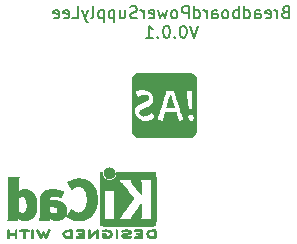
<source format=gbr>
%TF.GenerationSoftware,KiCad,Pcbnew,(5.1.10)-1*%
%TF.CreationDate,2021-09-08T17:33:34-04:00*%
%TF.ProjectId,BreadboardPowerSupplyLee,42726561-6462-46f6-9172-64506f776572,0.0.1*%
%TF.SameCoordinates,Original*%
%TF.FileFunction,Legend,Bot*%
%TF.FilePolarity,Positive*%
%FSLAX46Y46*%
G04 Gerber Fmt 4.6, Leading zero omitted, Abs format (unit mm)*
G04 Created by KiCad (PCBNEW (5.1.10)-1) date 2021-09-08 17:33:34*
%MOMM*%
%LPD*%
G01*
G04 APERTURE LIST*
%ADD10C,0.150000*%
%ADD11C,0.010000*%
G04 APERTURE END LIST*
D10*
X158232857Y-93718571D02*
X158090000Y-93766190D01*
X158042380Y-93813809D01*
X157994761Y-93909047D01*
X157994761Y-94051904D01*
X158042380Y-94147142D01*
X158090000Y-94194761D01*
X158185238Y-94242380D01*
X158566190Y-94242380D01*
X158566190Y-93242380D01*
X158232857Y-93242380D01*
X158137619Y-93290000D01*
X158090000Y-93337619D01*
X158042380Y-93432857D01*
X158042380Y-93528095D01*
X158090000Y-93623333D01*
X158137619Y-93670952D01*
X158232857Y-93718571D01*
X158566190Y-93718571D01*
X157566190Y-94242380D02*
X157566190Y-93575714D01*
X157566190Y-93766190D02*
X157518571Y-93670952D01*
X157470952Y-93623333D01*
X157375714Y-93575714D01*
X157280476Y-93575714D01*
X156566190Y-94194761D02*
X156661428Y-94242380D01*
X156851904Y-94242380D01*
X156947142Y-94194761D01*
X156994761Y-94099523D01*
X156994761Y-93718571D01*
X156947142Y-93623333D01*
X156851904Y-93575714D01*
X156661428Y-93575714D01*
X156566190Y-93623333D01*
X156518571Y-93718571D01*
X156518571Y-93813809D01*
X156994761Y-93909047D01*
X155661428Y-94242380D02*
X155661428Y-93718571D01*
X155709047Y-93623333D01*
X155804285Y-93575714D01*
X155994761Y-93575714D01*
X156090000Y-93623333D01*
X155661428Y-94194761D02*
X155756666Y-94242380D01*
X155994761Y-94242380D01*
X156090000Y-94194761D01*
X156137619Y-94099523D01*
X156137619Y-94004285D01*
X156090000Y-93909047D01*
X155994761Y-93861428D01*
X155756666Y-93861428D01*
X155661428Y-93813809D01*
X154756666Y-94242380D02*
X154756666Y-93242380D01*
X154756666Y-94194761D02*
X154851904Y-94242380D01*
X155042380Y-94242380D01*
X155137619Y-94194761D01*
X155185238Y-94147142D01*
X155232857Y-94051904D01*
X155232857Y-93766190D01*
X155185238Y-93670952D01*
X155137619Y-93623333D01*
X155042380Y-93575714D01*
X154851904Y-93575714D01*
X154756666Y-93623333D01*
X154280476Y-94242380D02*
X154280476Y-93242380D01*
X154280476Y-93623333D02*
X154185238Y-93575714D01*
X153994761Y-93575714D01*
X153899523Y-93623333D01*
X153851904Y-93670952D01*
X153804285Y-93766190D01*
X153804285Y-94051904D01*
X153851904Y-94147142D01*
X153899523Y-94194761D01*
X153994761Y-94242380D01*
X154185238Y-94242380D01*
X154280476Y-94194761D01*
X153232857Y-94242380D02*
X153328095Y-94194761D01*
X153375714Y-94147142D01*
X153423333Y-94051904D01*
X153423333Y-93766190D01*
X153375714Y-93670952D01*
X153328095Y-93623333D01*
X153232857Y-93575714D01*
X153090000Y-93575714D01*
X152994761Y-93623333D01*
X152947142Y-93670952D01*
X152899523Y-93766190D01*
X152899523Y-94051904D01*
X152947142Y-94147142D01*
X152994761Y-94194761D01*
X153090000Y-94242380D01*
X153232857Y-94242380D01*
X152042380Y-94242380D02*
X152042380Y-93718571D01*
X152090000Y-93623333D01*
X152185238Y-93575714D01*
X152375714Y-93575714D01*
X152470952Y-93623333D01*
X152042380Y-94194761D02*
X152137619Y-94242380D01*
X152375714Y-94242380D01*
X152470952Y-94194761D01*
X152518571Y-94099523D01*
X152518571Y-94004285D01*
X152470952Y-93909047D01*
X152375714Y-93861428D01*
X152137619Y-93861428D01*
X152042380Y-93813809D01*
X151566190Y-94242380D02*
X151566190Y-93575714D01*
X151566190Y-93766190D02*
X151518571Y-93670952D01*
X151470952Y-93623333D01*
X151375714Y-93575714D01*
X151280476Y-93575714D01*
X150518571Y-94242380D02*
X150518571Y-93242380D01*
X150518571Y-94194761D02*
X150613809Y-94242380D01*
X150804285Y-94242380D01*
X150899523Y-94194761D01*
X150947142Y-94147142D01*
X150994761Y-94051904D01*
X150994761Y-93766190D01*
X150947142Y-93670952D01*
X150899523Y-93623333D01*
X150804285Y-93575714D01*
X150613809Y-93575714D01*
X150518571Y-93623333D01*
X150042380Y-94242380D02*
X150042380Y-93242380D01*
X149661428Y-93242380D01*
X149566190Y-93290000D01*
X149518571Y-93337619D01*
X149470952Y-93432857D01*
X149470952Y-93575714D01*
X149518571Y-93670952D01*
X149566190Y-93718571D01*
X149661428Y-93766190D01*
X150042380Y-93766190D01*
X148899523Y-94242380D02*
X148994761Y-94194761D01*
X149042380Y-94147142D01*
X149090000Y-94051904D01*
X149090000Y-93766190D01*
X149042380Y-93670952D01*
X148994761Y-93623333D01*
X148899523Y-93575714D01*
X148756666Y-93575714D01*
X148661428Y-93623333D01*
X148613809Y-93670952D01*
X148566190Y-93766190D01*
X148566190Y-94051904D01*
X148613809Y-94147142D01*
X148661428Y-94194761D01*
X148756666Y-94242380D01*
X148899523Y-94242380D01*
X148232857Y-93575714D02*
X148042380Y-94242380D01*
X147851904Y-93766190D01*
X147661428Y-94242380D01*
X147470952Y-93575714D01*
X146709047Y-94194761D02*
X146804285Y-94242380D01*
X146994761Y-94242380D01*
X147090000Y-94194761D01*
X147137619Y-94099523D01*
X147137619Y-93718571D01*
X147090000Y-93623333D01*
X146994761Y-93575714D01*
X146804285Y-93575714D01*
X146709047Y-93623333D01*
X146661428Y-93718571D01*
X146661428Y-93813809D01*
X147137619Y-93909047D01*
X146232857Y-94242380D02*
X146232857Y-93575714D01*
X146232857Y-93766190D02*
X146185238Y-93670952D01*
X146137619Y-93623333D01*
X146042380Y-93575714D01*
X145947142Y-93575714D01*
X145661428Y-94194761D02*
X145518571Y-94242380D01*
X145280476Y-94242380D01*
X145185238Y-94194761D01*
X145137619Y-94147142D01*
X145090000Y-94051904D01*
X145090000Y-93956666D01*
X145137619Y-93861428D01*
X145185238Y-93813809D01*
X145280476Y-93766190D01*
X145470952Y-93718571D01*
X145566190Y-93670952D01*
X145613809Y-93623333D01*
X145661428Y-93528095D01*
X145661428Y-93432857D01*
X145613809Y-93337619D01*
X145566190Y-93290000D01*
X145470952Y-93242380D01*
X145232857Y-93242380D01*
X145090000Y-93290000D01*
X144232857Y-93575714D02*
X144232857Y-94242380D01*
X144661428Y-93575714D02*
X144661428Y-94099523D01*
X144613809Y-94194761D01*
X144518571Y-94242380D01*
X144375714Y-94242380D01*
X144280476Y-94194761D01*
X144232857Y-94147142D01*
X143756666Y-93575714D02*
X143756666Y-94575714D01*
X143756666Y-93623333D02*
X143661428Y-93575714D01*
X143470952Y-93575714D01*
X143375714Y-93623333D01*
X143328095Y-93670952D01*
X143280476Y-93766190D01*
X143280476Y-94051904D01*
X143328095Y-94147142D01*
X143375714Y-94194761D01*
X143470952Y-94242380D01*
X143661428Y-94242380D01*
X143756666Y-94194761D01*
X142851904Y-93575714D02*
X142851904Y-94575714D01*
X142851904Y-93623333D02*
X142756666Y-93575714D01*
X142566190Y-93575714D01*
X142470952Y-93623333D01*
X142423333Y-93670952D01*
X142375714Y-93766190D01*
X142375714Y-94051904D01*
X142423333Y-94147142D01*
X142470952Y-94194761D01*
X142566190Y-94242380D01*
X142756666Y-94242380D01*
X142851904Y-94194761D01*
X141804285Y-94242380D02*
X141899523Y-94194761D01*
X141947142Y-94099523D01*
X141947142Y-93242380D01*
X141518571Y-93575714D02*
X141280476Y-94242380D01*
X141042380Y-93575714D02*
X141280476Y-94242380D01*
X141375714Y-94480476D01*
X141423333Y-94528095D01*
X141518571Y-94575714D01*
X140185238Y-94242380D02*
X140661428Y-94242380D01*
X140661428Y-93242380D01*
X139470952Y-94194761D02*
X139566190Y-94242380D01*
X139756666Y-94242380D01*
X139851904Y-94194761D01*
X139899523Y-94099523D01*
X139899523Y-93718571D01*
X139851904Y-93623333D01*
X139756666Y-93575714D01*
X139566190Y-93575714D01*
X139470952Y-93623333D01*
X139423333Y-93718571D01*
X139423333Y-93813809D01*
X139899523Y-93909047D01*
X138613809Y-94194761D02*
X138709047Y-94242380D01*
X138899523Y-94242380D01*
X138994761Y-94194761D01*
X139042380Y-94099523D01*
X139042380Y-93718571D01*
X138994761Y-93623333D01*
X138899523Y-93575714D01*
X138709047Y-93575714D01*
X138613809Y-93623333D01*
X138566190Y-93718571D01*
X138566190Y-93813809D01*
X139042380Y-93909047D01*
X150828095Y-94892380D02*
X150494761Y-95892380D01*
X150161428Y-94892380D01*
X149637619Y-94892380D02*
X149542380Y-94892380D01*
X149447142Y-94940000D01*
X149399523Y-94987619D01*
X149351904Y-95082857D01*
X149304285Y-95273333D01*
X149304285Y-95511428D01*
X149351904Y-95701904D01*
X149399523Y-95797142D01*
X149447142Y-95844761D01*
X149542380Y-95892380D01*
X149637619Y-95892380D01*
X149732857Y-95844761D01*
X149780476Y-95797142D01*
X149828095Y-95701904D01*
X149875714Y-95511428D01*
X149875714Y-95273333D01*
X149828095Y-95082857D01*
X149780476Y-94987619D01*
X149732857Y-94940000D01*
X149637619Y-94892380D01*
X148875714Y-95797142D02*
X148828095Y-95844761D01*
X148875714Y-95892380D01*
X148923333Y-95844761D01*
X148875714Y-95797142D01*
X148875714Y-95892380D01*
X148209047Y-94892380D02*
X148113809Y-94892380D01*
X148018571Y-94940000D01*
X147970952Y-94987619D01*
X147923333Y-95082857D01*
X147875714Y-95273333D01*
X147875714Y-95511428D01*
X147923333Y-95701904D01*
X147970952Y-95797142D01*
X148018571Y-95844761D01*
X148113809Y-95892380D01*
X148209047Y-95892380D01*
X148304285Y-95844761D01*
X148351904Y-95797142D01*
X148399523Y-95701904D01*
X148447142Y-95511428D01*
X148447142Y-95273333D01*
X148399523Y-95082857D01*
X148351904Y-94987619D01*
X148304285Y-94940000D01*
X148209047Y-94892380D01*
X147447142Y-95797142D02*
X147399523Y-95844761D01*
X147447142Y-95892380D01*
X147494761Y-95844761D01*
X147447142Y-95797142D01*
X147447142Y-95892380D01*
X146447142Y-95892380D02*
X147018571Y-95892380D01*
X146732857Y-95892380D02*
X146732857Y-94892380D01*
X146828095Y-95035238D01*
X146923333Y-95130476D01*
X147018571Y-95178095D01*
D11*
%TO.C,REF\u002A\u002A*%
G36*
X143916400Y-107344054D02*
G01*
X143905535Y-107457993D01*
X143873918Y-107565616D01*
X143823015Y-107664615D01*
X143754293Y-107752684D01*
X143669219Y-107827516D01*
X143572232Y-107885384D01*
X143465964Y-107925005D01*
X143358950Y-107943573D01*
X143253300Y-107942434D01*
X143151125Y-107922930D01*
X143054534Y-107886406D01*
X142965638Y-107834205D01*
X142886546Y-107767673D01*
X142819369Y-107688152D01*
X142766217Y-107596987D01*
X142729199Y-107495523D01*
X142710427Y-107385102D01*
X142708489Y-107335206D01*
X142708489Y-107247267D01*
X142656560Y-107247267D01*
X142620253Y-107250111D01*
X142593355Y-107261911D01*
X142566249Y-107285649D01*
X142527867Y-107324031D01*
X142527867Y-109515602D01*
X142527876Y-109777739D01*
X142527908Y-110018241D01*
X142527972Y-110238048D01*
X142528076Y-110438101D01*
X142528227Y-110619344D01*
X142528434Y-110782716D01*
X142528706Y-110929160D01*
X142529050Y-111059617D01*
X142529474Y-111175029D01*
X142529987Y-111276338D01*
X142530597Y-111364484D01*
X142531312Y-111440410D01*
X142532140Y-111505057D01*
X142533089Y-111559367D01*
X142534167Y-111604280D01*
X142535383Y-111640740D01*
X142536745Y-111669687D01*
X142538261Y-111692063D01*
X142539938Y-111708809D01*
X142541786Y-111720868D01*
X142543813Y-111729180D01*
X142546025Y-111734687D01*
X142547108Y-111736537D01*
X142551271Y-111743549D01*
X142554805Y-111749996D01*
X142558635Y-111755900D01*
X142563682Y-111761286D01*
X142570871Y-111766178D01*
X142581123Y-111770598D01*
X142595364Y-111774572D01*
X142614514Y-111778121D01*
X142639499Y-111781270D01*
X142671240Y-111784042D01*
X142710662Y-111786461D01*
X142758686Y-111788551D01*
X142816237Y-111790335D01*
X142884237Y-111791837D01*
X142963610Y-111793080D01*
X143055279Y-111794089D01*
X143160166Y-111794885D01*
X143279196Y-111795494D01*
X143413290Y-111795939D01*
X143563373Y-111796243D01*
X143730367Y-111796430D01*
X143915196Y-111796524D01*
X144118783Y-111796548D01*
X144342050Y-111796525D01*
X144585922Y-111796480D01*
X144851321Y-111796437D01*
X144889704Y-111796432D01*
X145156682Y-111796389D01*
X145402002Y-111796318D01*
X145626583Y-111796213D01*
X145831345Y-111796066D01*
X146017206Y-111795869D01*
X146185088Y-111795616D01*
X146335908Y-111795300D01*
X146470587Y-111794913D01*
X146590044Y-111794447D01*
X146695199Y-111793897D01*
X146786971Y-111793253D01*
X146866279Y-111792511D01*
X146934043Y-111791661D01*
X146991182Y-111790697D01*
X147038617Y-111789611D01*
X147077266Y-111788397D01*
X147108049Y-111787047D01*
X147131885Y-111785555D01*
X147149694Y-111783911D01*
X147162395Y-111782111D01*
X147170908Y-111780145D01*
X147175266Y-111778477D01*
X147183728Y-111774906D01*
X147191497Y-111772270D01*
X147198602Y-111769634D01*
X147205073Y-111766062D01*
X147210939Y-111760621D01*
X147216229Y-111752375D01*
X147220974Y-111740390D01*
X147225202Y-111723731D01*
X147228943Y-111701463D01*
X147232227Y-111672652D01*
X147235083Y-111636363D01*
X147237540Y-111591661D01*
X147239629Y-111537611D01*
X147241378Y-111473279D01*
X147242817Y-111397730D01*
X147243976Y-111310030D01*
X147244883Y-111209243D01*
X147245569Y-111094434D01*
X147246063Y-110964670D01*
X147246395Y-110819015D01*
X147246593Y-110656535D01*
X147246687Y-110476295D01*
X147246708Y-110277360D01*
X147246685Y-110058796D01*
X147246646Y-109819668D01*
X147246622Y-109559040D01*
X147246622Y-109516889D01*
X147246636Y-109253992D01*
X147246661Y-109012732D01*
X147246671Y-108792165D01*
X147246642Y-108591352D01*
X147246548Y-108409349D01*
X147246362Y-108245216D01*
X147246059Y-108098011D01*
X147245614Y-107966792D01*
X147245034Y-107856867D01*
X146942197Y-107856867D01*
X146902407Y-107914711D01*
X146891236Y-107930479D01*
X146881166Y-107944441D01*
X146872138Y-107957784D01*
X146864097Y-107971693D01*
X146856986Y-107987356D01*
X146850747Y-108005958D01*
X146845325Y-108028686D01*
X146840662Y-108056727D01*
X146836701Y-108091267D01*
X146833385Y-108133492D01*
X146830659Y-108184589D01*
X146828464Y-108245744D01*
X146826745Y-108318144D01*
X146825444Y-108402975D01*
X146824505Y-108501422D01*
X146823870Y-108614674D01*
X146823484Y-108743916D01*
X146823288Y-108890334D01*
X146823227Y-109055116D01*
X146823243Y-109239447D01*
X146823280Y-109444513D01*
X146823289Y-109567133D01*
X146823265Y-109784082D01*
X146823231Y-109979642D01*
X146823243Y-110154999D01*
X146823358Y-110311341D01*
X146823630Y-110449857D01*
X146824118Y-110571734D01*
X146824876Y-110678160D01*
X146825962Y-110770322D01*
X146827431Y-110849409D01*
X146829340Y-110916608D01*
X146831744Y-110973107D01*
X146834701Y-111020093D01*
X146838266Y-111058755D01*
X146842495Y-111090280D01*
X146847446Y-111115855D01*
X146853173Y-111136670D01*
X146859733Y-111153911D01*
X146867183Y-111168765D01*
X146875579Y-111182422D01*
X146884976Y-111196069D01*
X146895432Y-111210893D01*
X146901523Y-111219783D01*
X146940296Y-111277400D01*
X146408732Y-111277400D01*
X146285483Y-111277365D01*
X146182987Y-111277215D01*
X146099420Y-111276878D01*
X146032956Y-111276286D01*
X145981771Y-111275367D01*
X145944041Y-111274051D01*
X145917940Y-111272269D01*
X145901644Y-111269951D01*
X145893328Y-111267026D01*
X145891168Y-111263424D01*
X145893339Y-111259075D01*
X145894535Y-111257645D01*
X145919685Y-111220573D01*
X145945583Y-111167772D01*
X145969192Y-111105770D01*
X145977461Y-111079357D01*
X145982078Y-111061416D01*
X145985979Y-111040355D01*
X145989248Y-111014089D01*
X145991966Y-110980532D01*
X145994215Y-110937599D01*
X145996077Y-110883204D01*
X145997636Y-110815262D01*
X145998972Y-110731688D01*
X146000169Y-110630395D01*
X146001308Y-110509300D01*
X146001685Y-110464600D01*
X146002702Y-110339449D01*
X146003460Y-110235082D01*
X146003903Y-110149707D01*
X146003970Y-110081533D01*
X146003605Y-110028765D01*
X146002748Y-109989614D01*
X146001341Y-109962285D01*
X145999325Y-109944986D01*
X145996643Y-109935926D01*
X145993236Y-109933312D01*
X145989044Y-109935351D01*
X145984571Y-109939667D01*
X145974216Y-109952602D01*
X145952158Y-109981676D01*
X145919957Y-110024759D01*
X145879174Y-110079718D01*
X145831370Y-110144423D01*
X145778105Y-110216742D01*
X145720940Y-110294544D01*
X145661437Y-110375698D01*
X145601155Y-110458072D01*
X145541655Y-110539536D01*
X145484498Y-110617957D01*
X145431245Y-110691204D01*
X145383457Y-110757147D01*
X145342693Y-110813654D01*
X145310516Y-110858593D01*
X145288485Y-110889834D01*
X145283917Y-110896466D01*
X145260996Y-110933369D01*
X145234188Y-110981359D01*
X145208789Y-111030897D01*
X145205568Y-111037577D01*
X145183890Y-111085772D01*
X145171304Y-111123334D01*
X145165574Y-111159160D01*
X145164456Y-111201200D01*
X145165090Y-111277400D01*
X144010651Y-111277400D01*
X144101815Y-111183669D01*
X144148612Y-111133775D01*
X144198899Y-111077295D01*
X144244944Y-111023026D01*
X144265369Y-110997673D01*
X144295807Y-110958128D01*
X144335862Y-110904916D01*
X144384361Y-110839667D01*
X144440135Y-110764011D01*
X144502011Y-110679577D01*
X144568819Y-110587994D01*
X144639387Y-110490892D01*
X144712545Y-110389901D01*
X144787121Y-110286650D01*
X144861944Y-110182768D01*
X144935843Y-110079885D01*
X145007646Y-109979631D01*
X145076184Y-109883636D01*
X145140284Y-109793527D01*
X145198775Y-109710936D01*
X145250486Y-109637492D01*
X145294247Y-109574824D01*
X145328885Y-109524561D01*
X145353230Y-109488334D01*
X145366111Y-109467771D01*
X145367869Y-109463668D01*
X145359910Y-109452342D01*
X145339115Y-109425162D01*
X145306847Y-109383829D01*
X145264470Y-109330044D01*
X145213347Y-109265506D01*
X145154841Y-109191918D01*
X145090314Y-109110978D01*
X145021131Y-109024388D01*
X144948653Y-108933848D01*
X144874246Y-108841060D01*
X144814517Y-108766702D01*
X143803511Y-108766702D01*
X143797602Y-108779659D01*
X143783272Y-108801908D01*
X143782225Y-108803391D01*
X143763438Y-108833544D01*
X143743791Y-108870375D01*
X143739892Y-108878511D01*
X143736356Y-108886940D01*
X143733230Y-108897059D01*
X143730486Y-108910260D01*
X143728092Y-108927938D01*
X143726019Y-108951484D01*
X143724235Y-108982293D01*
X143722712Y-109021757D01*
X143721419Y-109071269D01*
X143720326Y-109132223D01*
X143719403Y-109206011D01*
X143718619Y-109294028D01*
X143717945Y-109397665D01*
X143717350Y-109518316D01*
X143716805Y-109657374D01*
X143716279Y-109816232D01*
X143715745Y-109995089D01*
X143715206Y-110180207D01*
X143714772Y-110344145D01*
X143714509Y-110488303D01*
X143714484Y-110614079D01*
X143714765Y-110722871D01*
X143715419Y-110816077D01*
X143716514Y-110895097D01*
X143718118Y-110961328D01*
X143720297Y-111016170D01*
X143723119Y-111061021D01*
X143726651Y-111097278D01*
X143730961Y-111126341D01*
X143736117Y-111149609D01*
X143742185Y-111168479D01*
X143749233Y-111184351D01*
X143757329Y-111198622D01*
X143766540Y-111212691D01*
X143775040Y-111225158D01*
X143792176Y-111251452D01*
X143802322Y-111269037D01*
X143803511Y-111272257D01*
X143792604Y-111273334D01*
X143761411Y-111274335D01*
X143712223Y-111275235D01*
X143647333Y-111276010D01*
X143569030Y-111276637D01*
X143479607Y-111277091D01*
X143381356Y-111277349D01*
X143312445Y-111277400D01*
X143207452Y-111277180D01*
X143110610Y-111276548D01*
X143024107Y-111275549D01*
X142950132Y-111274227D01*
X142890874Y-111272626D01*
X142848520Y-111270791D01*
X142825260Y-111268765D01*
X142821378Y-111267493D01*
X142829076Y-111252591D01*
X142837074Y-111244560D01*
X142850246Y-111227434D01*
X142867485Y-111197183D01*
X142879407Y-111172622D01*
X142906045Y-111113711D01*
X142909120Y-109936845D01*
X142912195Y-108759978D01*
X143357853Y-108759978D01*
X143455670Y-108760142D01*
X143546064Y-108760611D01*
X143626630Y-108761347D01*
X143694962Y-108762316D01*
X143748656Y-108763480D01*
X143785305Y-108764803D01*
X143802504Y-108766249D01*
X143803511Y-108766702D01*
X144814517Y-108766702D01*
X144799270Y-108747722D01*
X144725090Y-108655537D01*
X144653069Y-108566204D01*
X144584569Y-108481424D01*
X144520955Y-108402898D01*
X144463588Y-108332326D01*
X144413833Y-108271409D01*
X144373052Y-108221847D01*
X144355888Y-108201178D01*
X144269596Y-108100516D01*
X144192997Y-108017259D01*
X144124183Y-107949438D01*
X144061248Y-107895089D01*
X144051867Y-107887722D01*
X144012356Y-107857117D01*
X145144116Y-107856867D01*
X145138827Y-107904844D01*
X145142130Y-107962188D01*
X145163661Y-108030463D01*
X145203635Y-108110212D01*
X145248943Y-108182495D01*
X145265161Y-108205140D01*
X145293214Y-108242696D01*
X145331430Y-108293021D01*
X145378137Y-108353973D01*
X145431661Y-108423411D01*
X145490331Y-108499194D01*
X145552475Y-108579180D01*
X145616421Y-108661228D01*
X145680495Y-108743196D01*
X145743027Y-108822943D01*
X145802343Y-108898327D01*
X145856771Y-108967207D01*
X145904639Y-109027442D01*
X145944275Y-109076889D01*
X145974006Y-109113408D01*
X145992161Y-109134858D01*
X145995220Y-109138156D01*
X145998079Y-109130149D01*
X146000293Y-109099855D01*
X146001857Y-109047556D01*
X146002767Y-108973531D01*
X146003020Y-108878063D01*
X146002613Y-108761434D01*
X146001704Y-108641445D01*
X146000382Y-108509333D01*
X145998857Y-108397594D01*
X145996881Y-108304025D01*
X145994206Y-108226419D01*
X145990582Y-108162574D01*
X145985761Y-108110283D01*
X145979494Y-108067344D01*
X145971532Y-108031551D01*
X145961627Y-108000700D01*
X145949531Y-107972586D01*
X145934993Y-107945005D01*
X145920311Y-107919966D01*
X145882314Y-107856867D01*
X146942197Y-107856867D01*
X147245034Y-107856867D01*
X147245001Y-107850617D01*
X147244195Y-107748544D01*
X147243170Y-107659633D01*
X147241900Y-107582941D01*
X147240360Y-107517527D01*
X147238524Y-107462449D01*
X147236367Y-107416765D01*
X147233863Y-107379534D01*
X147230987Y-107349813D01*
X147227713Y-107326662D01*
X147224015Y-107309139D01*
X147219869Y-107296301D01*
X147215247Y-107287208D01*
X147210126Y-107280918D01*
X147204478Y-107276488D01*
X147198279Y-107272978D01*
X147191504Y-107269445D01*
X147185508Y-107265876D01*
X147180275Y-107263300D01*
X147172099Y-107260972D01*
X147159886Y-107258878D01*
X147142541Y-107257007D01*
X147118969Y-107255347D01*
X147088077Y-107253884D01*
X147048768Y-107252608D01*
X146999950Y-107251504D01*
X146940527Y-107250561D01*
X146869404Y-107249767D01*
X146785488Y-107249109D01*
X146687683Y-107248575D01*
X146574894Y-107248153D01*
X146446029Y-107247829D01*
X146299991Y-107247592D01*
X146135686Y-107247430D01*
X145952020Y-107247330D01*
X145747897Y-107247280D01*
X145536753Y-107247267D01*
X143916400Y-107247267D01*
X143916400Y-107344054D01*
G37*
X143916400Y-107344054D02*
X143905535Y-107457993D01*
X143873918Y-107565616D01*
X143823015Y-107664615D01*
X143754293Y-107752684D01*
X143669219Y-107827516D01*
X143572232Y-107885384D01*
X143465964Y-107925005D01*
X143358950Y-107943573D01*
X143253300Y-107942434D01*
X143151125Y-107922930D01*
X143054534Y-107886406D01*
X142965638Y-107834205D01*
X142886546Y-107767673D01*
X142819369Y-107688152D01*
X142766217Y-107596987D01*
X142729199Y-107495523D01*
X142710427Y-107385102D01*
X142708489Y-107335206D01*
X142708489Y-107247267D01*
X142656560Y-107247267D01*
X142620253Y-107250111D01*
X142593355Y-107261911D01*
X142566249Y-107285649D01*
X142527867Y-107324031D01*
X142527867Y-109515602D01*
X142527876Y-109777739D01*
X142527908Y-110018241D01*
X142527972Y-110238048D01*
X142528076Y-110438101D01*
X142528227Y-110619344D01*
X142528434Y-110782716D01*
X142528706Y-110929160D01*
X142529050Y-111059617D01*
X142529474Y-111175029D01*
X142529987Y-111276338D01*
X142530597Y-111364484D01*
X142531312Y-111440410D01*
X142532140Y-111505057D01*
X142533089Y-111559367D01*
X142534167Y-111604280D01*
X142535383Y-111640740D01*
X142536745Y-111669687D01*
X142538261Y-111692063D01*
X142539938Y-111708809D01*
X142541786Y-111720868D01*
X142543813Y-111729180D01*
X142546025Y-111734687D01*
X142547108Y-111736537D01*
X142551271Y-111743549D01*
X142554805Y-111749996D01*
X142558635Y-111755900D01*
X142563682Y-111761286D01*
X142570871Y-111766178D01*
X142581123Y-111770598D01*
X142595364Y-111774572D01*
X142614514Y-111778121D01*
X142639499Y-111781270D01*
X142671240Y-111784042D01*
X142710662Y-111786461D01*
X142758686Y-111788551D01*
X142816237Y-111790335D01*
X142884237Y-111791837D01*
X142963610Y-111793080D01*
X143055279Y-111794089D01*
X143160166Y-111794885D01*
X143279196Y-111795494D01*
X143413290Y-111795939D01*
X143563373Y-111796243D01*
X143730367Y-111796430D01*
X143915196Y-111796524D01*
X144118783Y-111796548D01*
X144342050Y-111796525D01*
X144585922Y-111796480D01*
X144851321Y-111796437D01*
X144889704Y-111796432D01*
X145156682Y-111796389D01*
X145402002Y-111796318D01*
X145626583Y-111796213D01*
X145831345Y-111796066D01*
X146017206Y-111795869D01*
X146185088Y-111795616D01*
X146335908Y-111795300D01*
X146470587Y-111794913D01*
X146590044Y-111794447D01*
X146695199Y-111793897D01*
X146786971Y-111793253D01*
X146866279Y-111792511D01*
X146934043Y-111791661D01*
X146991182Y-111790697D01*
X147038617Y-111789611D01*
X147077266Y-111788397D01*
X147108049Y-111787047D01*
X147131885Y-111785555D01*
X147149694Y-111783911D01*
X147162395Y-111782111D01*
X147170908Y-111780145D01*
X147175266Y-111778477D01*
X147183728Y-111774906D01*
X147191497Y-111772270D01*
X147198602Y-111769634D01*
X147205073Y-111766062D01*
X147210939Y-111760621D01*
X147216229Y-111752375D01*
X147220974Y-111740390D01*
X147225202Y-111723731D01*
X147228943Y-111701463D01*
X147232227Y-111672652D01*
X147235083Y-111636363D01*
X147237540Y-111591661D01*
X147239629Y-111537611D01*
X147241378Y-111473279D01*
X147242817Y-111397730D01*
X147243976Y-111310030D01*
X147244883Y-111209243D01*
X147245569Y-111094434D01*
X147246063Y-110964670D01*
X147246395Y-110819015D01*
X147246593Y-110656535D01*
X147246687Y-110476295D01*
X147246708Y-110277360D01*
X147246685Y-110058796D01*
X147246646Y-109819668D01*
X147246622Y-109559040D01*
X147246622Y-109516889D01*
X147246636Y-109253992D01*
X147246661Y-109012732D01*
X147246671Y-108792165D01*
X147246642Y-108591352D01*
X147246548Y-108409349D01*
X147246362Y-108245216D01*
X147246059Y-108098011D01*
X147245614Y-107966792D01*
X147245034Y-107856867D01*
X146942197Y-107856867D01*
X146902407Y-107914711D01*
X146891236Y-107930479D01*
X146881166Y-107944441D01*
X146872138Y-107957784D01*
X146864097Y-107971693D01*
X146856986Y-107987356D01*
X146850747Y-108005958D01*
X146845325Y-108028686D01*
X146840662Y-108056727D01*
X146836701Y-108091267D01*
X146833385Y-108133492D01*
X146830659Y-108184589D01*
X146828464Y-108245744D01*
X146826745Y-108318144D01*
X146825444Y-108402975D01*
X146824505Y-108501422D01*
X146823870Y-108614674D01*
X146823484Y-108743916D01*
X146823288Y-108890334D01*
X146823227Y-109055116D01*
X146823243Y-109239447D01*
X146823280Y-109444513D01*
X146823289Y-109567133D01*
X146823265Y-109784082D01*
X146823231Y-109979642D01*
X146823243Y-110154999D01*
X146823358Y-110311341D01*
X146823630Y-110449857D01*
X146824118Y-110571734D01*
X146824876Y-110678160D01*
X146825962Y-110770322D01*
X146827431Y-110849409D01*
X146829340Y-110916608D01*
X146831744Y-110973107D01*
X146834701Y-111020093D01*
X146838266Y-111058755D01*
X146842495Y-111090280D01*
X146847446Y-111115855D01*
X146853173Y-111136670D01*
X146859733Y-111153911D01*
X146867183Y-111168765D01*
X146875579Y-111182422D01*
X146884976Y-111196069D01*
X146895432Y-111210893D01*
X146901523Y-111219783D01*
X146940296Y-111277400D01*
X146408732Y-111277400D01*
X146285483Y-111277365D01*
X146182987Y-111277215D01*
X146099420Y-111276878D01*
X146032956Y-111276286D01*
X145981771Y-111275367D01*
X145944041Y-111274051D01*
X145917940Y-111272269D01*
X145901644Y-111269951D01*
X145893328Y-111267026D01*
X145891168Y-111263424D01*
X145893339Y-111259075D01*
X145894535Y-111257645D01*
X145919685Y-111220573D01*
X145945583Y-111167772D01*
X145969192Y-111105770D01*
X145977461Y-111079357D01*
X145982078Y-111061416D01*
X145985979Y-111040355D01*
X145989248Y-111014089D01*
X145991966Y-110980532D01*
X145994215Y-110937599D01*
X145996077Y-110883204D01*
X145997636Y-110815262D01*
X145998972Y-110731688D01*
X146000169Y-110630395D01*
X146001308Y-110509300D01*
X146001685Y-110464600D01*
X146002702Y-110339449D01*
X146003460Y-110235082D01*
X146003903Y-110149707D01*
X146003970Y-110081533D01*
X146003605Y-110028765D01*
X146002748Y-109989614D01*
X146001341Y-109962285D01*
X145999325Y-109944986D01*
X145996643Y-109935926D01*
X145993236Y-109933312D01*
X145989044Y-109935351D01*
X145984571Y-109939667D01*
X145974216Y-109952602D01*
X145952158Y-109981676D01*
X145919957Y-110024759D01*
X145879174Y-110079718D01*
X145831370Y-110144423D01*
X145778105Y-110216742D01*
X145720940Y-110294544D01*
X145661437Y-110375698D01*
X145601155Y-110458072D01*
X145541655Y-110539536D01*
X145484498Y-110617957D01*
X145431245Y-110691204D01*
X145383457Y-110757147D01*
X145342693Y-110813654D01*
X145310516Y-110858593D01*
X145288485Y-110889834D01*
X145283917Y-110896466D01*
X145260996Y-110933369D01*
X145234188Y-110981359D01*
X145208789Y-111030897D01*
X145205568Y-111037577D01*
X145183890Y-111085772D01*
X145171304Y-111123334D01*
X145165574Y-111159160D01*
X145164456Y-111201200D01*
X145165090Y-111277400D01*
X144010651Y-111277400D01*
X144101815Y-111183669D01*
X144148612Y-111133775D01*
X144198899Y-111077295D01*
X144244944Y-111023026D01*
X144265369Y-110997673D01*
X144295807Y-110958128D01*
X144335862Y-110904916D01*
X144384361Y-110839667D01*
X144440135Y-110764011D01*
X144502011Y-110679577D01*
X144568819Y-110587994D01*
X144639387Y-110490892D01*
X144712545Y-110389901D01*
X144787121Y-110286650D01*
X144861944Y-110182768D01*
X144935843Y-110079885D01*
X145007646Y-109979631D01*
X145076184Y-109883636D01*
X145140284Y-109793527D01*
X145198775Y-109710936D01*
X145250486Y-109637492D01*
X145294247Y-109574824D01*
X145328885Y-109524561D01*
X145353230Y-109488334D01*
X145366111Y-109467771D01*
X145367869Y-109463668D01*
X145359910Y-109452342D01*
X145339115Y-109425162D01*
X145306847Y-109383829D01*
X145264470Y-109330044D01*
X145213347Y-109265506D01*
X145154841Y-109191918D01*
X145090314Y-109110978D01*
X145021131Y-109024388D01*
X144948653Y-108933848D01*
X144874246Y-108841060D01*
X144814517Y-108766702D01*
X143803511Y-108766702D01*
X143797602Y-108779659D01*
X143783272Y-108801908D01*
X143782225Y-108803391D01*
X143763438Y-108833544D01*
X143743791Y-108870375D01*
X143739892Y-108878511D01*
X143736356Y-108886940D01*
X143733230Y-108897059D01*
X143730486Y-108910260D01*
X143728092Y-108927938D01*
X143726019Y-108951484D01*
X143724235Y-108982293D01*
X143722712Y-109021757D01*
X143721419Y-109071269D01*
X143720326Y-109132223D01*
X143719403Y-109206011D01*
X143718619Y-109294028D01*
X143717945Y-109397665D01*
X143717350Y-109518316D01*
X143716805Y-109657374D01*
X143716279Y-109816232D01*
X143715745Y-109995089D01*
X143715206Y-110180207D01*
X143714772Y-110344145D01*
X143714509Y-110488303D01*
X143714484Y-110614079D01*
X143714765Y-110722871D01*
X143715419Y-110816077D01*
X143716514Y-110895097D01*
X143718118Y-110961328D01*
X143720297Y-111016170D01*
X143723119Y-111061021D01*
X143726651Y-111097278D01*
X143730961Y-111126341D01*
X143736117Y-111149609D01*
X143742185Y-111168479D01*
X143749233Y-111184351D01*
X143757329Y-111198622D01*
X143766540Y-111212691D01*
X143775040Y-111225158D01*
X143792176Y-111251452D01*
X143802322Y-111269037D01*
X143803511Y-111272257D01*
X143792604Y-111273334D01*
X143761411Y-111274335D01*
X143712223Y-111275235D01*
X143647333Y-111276010D01*
X143569030Y-111276637D01*
X143479607Y-111277091D01*
X143381356Y-111277349D01*
X143312445Y-111277400D01*
X143207452Y-111277180D01*
X143110610Y-111276548D01*
X143024107Y-111275549D01*
X142950132Y-111274227D01*
X142890874Y-111272626D01*
X142848520Y-111270791D01*
X142825260Y-111268765D01*
X142821378Y-111267493D01*
X142829076Y-111252591D01*
X142837074Y-111244560D01*
X142850246Y-111227434D01*
X142867485Y-111197183D01*
X142879407Y-111172622D01*
X142906045Y-111113711D01*
X142909120Y-109936845D01*
X142912195Y-108759978D01*
X143357853Y-108759978D01*
X143455670Y-108760142D01*
X143546064Y-108760611D01*
X143626630Y-108761347D01*
X143694962Y-108762316D01*
X143748656Y-108763480D01*
X143785305Y-108764803D01*
X143802504Y-108766249D01*
X143803511Y-108766702D01*
X144814517Y-108766702D01*
X144799270Y-108747722D01*
X144725090Y-108655537D01*
X144653069Y-108566204D01*
X144584569Y-108481424D01*
X144520955Y-108402898D01*
X144463588Y-108332326D01*
X144413833Y-108271409D01*
X144373052Y-108221847D01*
X144355888Y-108201178D01*
X144269596Y-108100516D01*
X144192997Y-108017259D01*
X144124183Y-107949438D01*
X144061248Y-107895089D01*
X144051867Y-107887722D01*
X144012356Y-107857117D01*
X145144116Y-107856867D01*
X145138827Y-107904844D01*
X145142130Y-107962188D01*
X145163661Y-108030463D01*
X145203635Y-108110212D01*
X145248943Y-108182495D01*
X145265161Y-108205140D01*
X145293214Y-108242696D01*
X145331430Y-108293021D01*
X145378137Y-108353973D01*
X145431661Y-108423411D01*
X145490331Y-108499194D01*
X145552475Y-108579180D01*
X145616421Y-108661228D01*
X145680495Y-108743196D01*
X145743027Y-108822943D01*
X145802343Y-108898327D01*
X145856771Y-108967207D01*
X145904639Y-109027442D01*
X145944275Y-109076889D01*
X145974006Y-109113408D01*
X145992161Y-109134858D01*
X145995220Y-109138156D01*
X145998079Y-109130149D01*
X146000293Y-109099855D01*
X146001857Y-109047556D01*
X146002767Y-108973531D01*
X146003020Y-108878063D01*
X146002613Y-108761434D01*
X146001704Y-108641445D01*
X146000382Y-108509333D01*
X145998857Y-108397594D01*
X145996881Y-108304025D01*
X145994206Y-108226419D01*
X145990582Y-108162574D01*
X145985761Y-108110283D01*
X145979494Y-108067344D01*
X145971532Y-108031551D01*
X145961627Y-108000700D01*
X145949531Y-107972586D01*
X145934993Y-107945005D01*
X145920311Y-107919966D01*
X145882314Y-107856867D01*
X146942197Y-107856867D01*
X147245034Y-107856867D01*
X147245001Y-107850617D01*
X147244195Y-107748544D01*
X147243170Y-107659633D01*
X147241900Y-107582941D01*
X147240360Y-107517527D01*
X147238524Y-107462449D01*
X147236367Y-107416765D01*
X147233863Y-107379534D01*
X147230987Y-107349813D01*
X147227713Y-107326662D01*
X147224015Y-107309139D01*
X147219869Y-107296301D01*
X147215247Y-107287208D01*
X147210126Y-107280918D01*
X147204478Y-107276488D01*
X147198279Y-107272978D01*
X147191504Y-107269445D01*
X147185508Y-107265876D01*
X147180275Y-107263300D01*
X147172099Y-107260972D01*
X147159886Y-107258878D01*
X147142541Y-107257007D01*
X147118969Y-107255347D01*
X147088077Y-107253884D01*
X147048768Y-107252608D01*
X146999950Y-107251504D01*
X146940527Y-107250561D01*
X146869404Y-107249767D01*
X146785488Y-107249109D01*
X146687683Y-107248575D01*
X146574894Y-107248153D01*
X146446029Y-107247829D01*
X146299991Y-107247592D01*
X146135686Y-107247430D01*
X145952020Y-107247330D01*
X145747897Y-107247280D01*
X145536753Y-107247267D01*
X143916400Y-107247267D01*
X143916400Y-107344054D01*
G36*
X140641571Y-107804071D02*
G01*
X140481430Y-107825245D01*
X140317490Y-107865385D01*
X140147687Y-107924889D01*
X139969957Y-108004154D01*
X139958690Y-108009699D01*
X139900995Y-108037725D01*
X139849448Y-108061802D01*
X139807809Y-108080249D01*
X139779838Y-108091386D01*
X139770267Y-108093933D01*
X139751050Y-108098941D01*
X139746439Y-108103147D01*
X139751542Y-108113580D01*
X139767582Y-108139868D01*
X139792712Y-108179257D01*
X139825086Y-108228991D01*
X139862857Y-108286315D01*
X139904178Y-108348476D01*
X139947202Y-108412718D01*
X139990083Y-108476285D01*
X140030974Y-108536425D01*
X140068029Y-108590380D01*
X140099400Y-108635397D01*
X140123241Y-108668721D01*
X140137706Y-108687597D01*
X140139691Y-108689787D01*
X140149809Y-108685138D01*
X140172150Y-108667962D01*
X140202720Y-108641440D01*
X140218464Y-108626964D01*
X140314953Y-108551682D01*
X140421664Y-108496241D01*
X140537168Y-108461141D01*
X140660038Y-108446880D01*
X140729439Y-108448051D01*
X140850577Y-108465212D01*
X140959795Y-108501094D01*
X141057418Y-108555959D01*
X141143772Y-108630070D01*
X141219185Y-108723688D01*
X141283982Y-108837076D01*
X141321399Y-108923667D01*
X141365252Y-109059366D01*
X141397572Y-109206850D01*
X141418443Y-109362314D01*
X141427949Y-109521956D01*
X141426173Y-109681973D01*
X141413197Y-109838561D01*
X141389106Y-109987918D01*
X141353982Y-110126240D01*
X141307908Y-110249724D01*
X141291627Y-110283978D01*
X141223380Y-110398064D01*
X141142921Y-110494557D01*
X141051430Y-110572670D01*
X140950089Y-110631617D01*
X140840080Y-110670612D01*
X140722585Y-110688868D01*
X140681117Y-110690211D01*
X140559559Y-110679290D01*
X140439122Y-110646474D01*
X140321334Y-110592439D01*
X140207723Y-110517865D01*
X140116315Y-110439539D01*
X140069785Y-110395008D01*
X139888517Y-110692271D01*
X139843420Y-110766433D01*
X139802181Y-110834646D01*
X139766265Y-110894459D01*
X139737134Y-110943420D01*
X139716250Y-110979079D01*
X139705076Y-110998984D01*
X139703625Y-111002079D01*
X139711854Y-111011718D01*
X139737433Y-111028999D01*
X139777127Y-111052283D01*
X139827703Y-111079934D01*
X139885926Y-111110315D01*
X139948563Y-111141790D01*
X140012379Y-111172722D01*
X140074140Y-111201473D01*
X140130612Y-111226408D01*
X140178562Y-111245889D01*
X140202014Y-111254318D01*
X140335779Y-111292133D01*
X140473673Y-111317136D01*
X140621378Y-111330140D01*
X140748167Y-111332468D01*
X140816122Y-111331373D01*
X140881723Y-111329275D01*
X140939153Y-111326434D01*
X140982597Y-111323106D01*
X140996702Y-111321422D01*
X141135716Y-111292587D01*
X141277243Y-111247468D01*
X141414725Y-111188750D01*
X141541606Y-111119120D01*
X141619111Y-111066441D01*
X141746519Y-110958239D01*
X141864822Y-110831671D01*
X141971828Y-110689866D01*
X142065348Y-110535951D01*
X142143190Y-110373053D01*
X142187044Y-110255756D01*
X142237292Y-110072128D01*
X142270791Y-109877581D01*
X142287551Y-109676325D01*
X142287584Y-109472568D01*
X142270899Y-109270521D01*
X142237507Y-109074392D01*
X142187420Y-108888391D01*
X142183603Y-108876803D01*
X142120719Y-108714750D01*
X142043972Y-108566832D01*
X141950758Y-108428865D01*
X141838473Y-108296661D01*
X141794608Y-108251399D01*
X141658466Y-108127457D01*
X141518509Y-108024915D01*
X141372589Y-107942656D01*
X141218558Y-107879564D01*
X141054268Y-107834523D01*
X140958711Y-107817033D01*
X140799977Y-107801466D01*
X140641571Y-107804071D01*
G37*
X140641571Y-107804071D02*
X140481430Y-107825245D01*
X140317490Y-107865385D01*
X140147687Y-107924889D01*
X139969957Y-108004154D01*
X139958690Y-108009699D01*
X139900995Y-108037725D01*
X139849448Y-108061802D01*
X139807809Y-108080249D01*
X139779838Y-108091386D01*
X139770267Y-108093933D01*
X139751050Y-108098941D01*
X139746439Y-108103147D01*
X139751542Y-108113580D01*
X139767582Y-108139868D01*
X139792712Y-108179257D01*
X139825086Y-108228991D01*
X139862857Y-108286315D01*
X139904178Y-108348476D01*
X139947202Y-108412718D01*
X139990083Y-108476285D01*
X140030974Y-108536425D01*
X140068029Y-108590380D01*
X140099400Y-108635397D01*
X140123241Y-108668721D01*
X140137706Y-108687597D01*
X140139691Y-108689787D01*
X140149809Y-108685138D01*
X140172150Y-108667962D01*
X140202720Y-108641440D01*
X140218464Y-108626964D01*
X140314953Y-108551682D01*
X140421664Y-108496241D01*
X140537168Y-108461141D01*
X140660038Y-108446880D01*
X140729439Y-108448051D01*
X140850577Y-108465212D01*
X140959795Y-108501094D01*
X141057418Y-108555959D01*
X141143772Y-108630070D01*
X141219185Y-108723688D01*
X141283982Y-108837076D01*
X141321399Y-108923667D01*
X141365252Y-109059366D01*
X141397572Y-109206850D01*
X141418443Y-109362314D01*
X141427949Y-109521956D01*
X141426173Y-109681973D01*
X141413197Y-109838561D01*
X141389106Y-109987918D01*
X141353982Y-110126240D01*
X141307908Y-110249724D01*
X141291627Y-110283978D01*
X141223380Y-110398064D01*
X141142921Y-110494557D01*
X141051430Y-110572670D01*
X140950089Y-110631617D01*
X140840080Y-110670612D01*
X140722585Y-110688868D01*
X140681117Y-110690211D01*
X140559559Y-110679290D01*
X140439122Y-110646474D01*
X140321334Y-110592439D01*
X140207723Y-110517865D01*
X140116315Y-110439539D01*
X140069785Y-110395008D01*
X139888517Y-110692271D01*
X139843420Y-110766433D01*
X139802181Y-110834646D01*
X139766265Y-110894459D01*
X139737134Y-110943420D01*
X139716250Y-110979079D01*
X139705076Y-110998984D01*
X139703625Y-111002079D01*
X139711854Y-111011718D01*
X139737433Y-111028999D01*
X139777127Y-111052283D01*
X139827703Y-111079934D01*
X139885926Y-111110315D01*
X139948563Y-111141790D01*
X140012379Y-111172722D01*
X140074140Y-111201473D01*
X140130612Y-111226408D01*
X140178562Y-111245889D01*
X140202014Y-111254318D01*
X140335779Y-111292133D01*
X140473673Y-111317136D01*
X140621378Y-111330140D01*
X140748167Y-111332468D01*
X140816122Y-111331373D01*
X140881723Y-111329275D01*
X140939153Y-111326434D01*
X140982597Y-111323106D01*
X140996702Y-111321422D01*
X141135716Y-111292587D01*
X141277243Y-111247468D01*
X141414725Y-111188750D01*
X141541606Y-111119120D01*
X141619111Y-111066441D01*
X141746519Y-110958239D01*
X141864822Y-110831671D01*
X141971828Y-110689866D01*
X142065348Y-110535951D01*
X142143190Y-110373053D01*
X142187044Y-110255756D01*
X142237292Y-110072128D01*
X142270791Y-109877581D01*
X142287551Y-109676325D01*
X142287584Y-109472568D01*
X142270899Y-109270521D01*
X142237507Y-109074392D01*
X142187420Y-108888391D01*
X142183603Y-108876803D01*
X142120719Y-108714750D01*
X142043972Y-108566832D01*
X141950758Y-108428865D01*
X141838473Y-108296661D01*
X141794608Y-108251399D01*
X141658466Y-108127457D01*
X141518509Y-108024915D01*
X141372589Y-107942656D01*
X141218558Y-107879564D01*
X141054268Y-107834523D01*
X140958711Y-107817033D01*
X140799977Y-107801466D01*
X140641571Y-107804071D01*
G36*
X138296426Y-108721552D02*
G01*
X138144508Y-108741567D01*
X138009244Y-108775202D01*
X137889761Y-108822725D01*
X137785185Y-108884405D01*
X137707576Y-108947965D01*
X137638735Y-109022099D01*
X137584994Y-109101871D01*
X137542090Y-109194091D01*
X137526616Y-109237161D01*
X137513756Y-109276142D01*
X137502554Y-109312289D01*
X137492880Y-109347434D01*
X137484604Y-109383410D01*
X137477597Y-109422050D01*
X137471728Y-109465185D01*
X137466869Y-109514649D01*
X137462890Y-109572273D01*
X137459660Y-109639891D01*
X137457051Y-109719334D01*
X137454933Y-109812436D01*
X137453176Y-109921027D01*
X137451651Y-110046942D01*
X137450228Y-110192012D01*
X137448975Y-110334778D01*
X137447649Y-110490968D01*
X137446444Y-110626239D01*
X137445234Y-110742246D01*
X137443894Y-110840645D01*
X137442300Y-110923093D01*
X137440325Y-110991246D01*
X137437844Y-111046760D01*
X137434731Y-111091292D01*
X137430862Y-111126498D01*
X137426111Y-111154034D01*
X137420352Y-111175556D01*
X137413461Y-111192722D01*
X137405311Y-111207186D01*
X137395777Y-111220606D01*
X137384734Y-111234638D01*
X137380434Y-111240071D01*
X137364614Y-111262910D01*
X137357578Y-111278463D01*
X137357556Y-111278922D01*
X137368433Y-111281121D01*
X137399418Y-111283147D01*
X137448043Y-111284942D01*
X137511837Y-111286451D01*
X137588331Y-111287616D01*
X137675056Y-111288380D01*
X137769543Y-111288686D01*
X137780450Y-111288689D01*
X138203343Y-111288689D01*
X138206605Y-111192622D01*
X138209867Y-111096556D01*
X138271956Y-111147543D01*
X138369286Y-111215057D01*
X138479187Y-111269749D01*
X138565651Y-111299978D01*
X138634722Y-111314666D01*
X138718075Y-111324659D01*
X138807841Y-111329646D01*
X138896155Y-111329313D01*
X138975149Y-111323351D01*
X139011378Y-111317638D01*
X139151397Y-111279776D01*
X139277822Y-111224932D01*
X139389740Y-111153924D01*
X139486238Y-111067568D01*
X139566400Y-110966679D01*
X139629313Y-110852076D01*
X139673688Y-110725984D01*
X139686022Y-110669401D01*
X139693632Y-110607202D01*
X139697261Y-110532363D01*
X139697755Y-110498467D01*
X139697690Y-110495282D01*
X138937752Y-110495282D01*
X138928459Y-110570333D01*
X138900272Y-110634160D01*
X138851803Y-110689798D01*
X138846746Y-110694211D01*
X138798452Y-110729037D01*
X138746743Y-110751620D01*
X138686011Y-110763540D01*
X138610648Y-110766383D01*
X138592541Y-110765978D01*
X138538722Y-110763325D01*
X138498692Y-110757909D01*
X138463676Y-110747745D01*
X138424897Y-110730850D01*
X138414255Y-110725672D01*
X138353604Y-110689844D01*
X138306785Y-110647212D01*
X138294048Y-110631973D01*
X138249378Y-110575462D01*
X138249378Y-110379586D01*
X138249914Y-110300939D01*
X138251604Y-110242988D01*
X138254572Y-110203875D01*
X138258943Y-110181741D01*
X138263028Y-110175274D01*
X138278953Y-110172111D01*
X138312736Y-110169488D01*
X138359660Y-110167655D01*
X138415007Y-110166857D01*
X138423894Y-110166842D01*
X138544670Y-110172096D01*
X138647340Y-110188263D01*
X138733894Y-110215961D01*
X138806319Y-110255808D01*
X138861249Y-110302758D01*
X138905796Y-110360645D01*
X138930520Y-110423693D01*
X138937752Y-110495282D01*
X139697690Y-110495282D01*
X139695822Y-110404712D01*
X139687478Y-110325812D01*
X139671232Y-110254590D01*
X139645595Y-110183864D01*
X139621599Y-110131493D01*
X139562980Y-110036196D01*
X139484883Y-109948170D01*
X139389685Y-109869017D01*
X139279762Y-109800340D01*
X139157490Y-109743741D01*
X139025245Y-109700821D01*
X138960578Y-109685882D01*
X138824396Y-109663777D01*
X138675951Y-109649194D01*
X138524495Y-109642813D01*
X138397936Y-109644445D01*
X138236050Y-109651224D01*
X138243470Y-109592245D01*
X138262762Y-109493092D01*
X138293896Y-109412372D01*
X138337731Y-109349466D01*
X138395129Y-109303756D01*
X138466952Y-109274622D01*
X138554059Y-109261447D01*
X138657314Y-109263611D01*
X138695289Y-109267612D01*
X138836480Y-109292780D01*
X138973293Y-109333814D01*
X139067822Y-109371815D01*
X139112982Y-109391190D01*
X139151415Y-109406760D01*
X139177766Y-109416405D01*
X139185454Y-109418452D01*
X139195198Y-109409374D01*
X139211917Y-109380405D01*
X139235768Y-109331217D01*
X139266907Y-109261484D01*
X139305493Y-109170879D01*
X139312090Y-109155089D01*
X139342147Y-109082772D01*
X139369126Y-109017425D01*
X139391864Y-108961906D01*
X139409194Y-108919072D01*
X139419952Y-108891781D01*
X139423059Y-108882942D01*
X139413060Y-108878187D01*
X139386783Y-108872910D01*
X139358511Y-108869231D01*
X139328354Y-108864474D01*
X139280567Y-108855028D01*
X139219388Y-108841820D01*
X139149054Y-108825776D01*
X139073806Y-108807820D01*
X139045245Y-108800797D01*
X138940184Y-108775209D01*
X138852520Y-108755147D01*
X138777932Y-108739969D01*
X138712097Y-108729035D01*
X138650693Y-108721704D01*
X138589398Y-108717335D01*
X138523890Y-108715287D01*
X138465872Y-108714889D01*
X138296426Y-108721552D01*
G37*
X138296426Y-108721552D02*
X138144508Y-108741567D01*
X138009244Y-108775202D01*
X137889761Y-108822725D01*
X137785185Y-108884405D01*
X137707576Y-108947965D01*
X137638735Y-109022099D01*
X137584994Y-109101871D01*
X137542090Y-109194091D01*
X137526616Y-109237161D01*
X137513756Y-109276142D01*
X137502554Y-109312289D01*
X137492880Y-109347434D01*
X137484604Y-109383410D01*
X137477597Y-109422050D01*
X137471728Y-109465185D01*
X137466869Y-109514649D01*
X137462890Y-109572273D01*
X137459660Y-109639891D01*
X137457051Y-109719334D01*
X137454933Y-109812436D01*
X137453176Y-109921027D01*
X137451651Y-110046942D01*
X137450228Y-110192012D01*
X137448975Y-110334778D01*
X137447649Y-110490968D01*
X137446444Y-110626239D01*
X137445234Y-110742246D01*
X137443894Y-110840645D01*
X137442300Y-110923093D01*
X137440325Y-110991246D01*
X137437844Y-111046760D01*
X137434731Y-111091292D01*
X137430862Y-111126498D01*
X137426111Y-111154034D01*
X137420352Y-111175556D01*
X137413461Y-111192722D01*
X137405311Y-111207186D01*
X137395777Y-111220606D01*
X137384734Y-111234638D01*
X137380434Y-111240071D01*
X137364614Y-111262910D01*
X137357578Y-111278463D01*
X137357556Y-111278922D01*
X137368433Y-111281121D01*
X137399418Y-111283147D01*
X137448043Y-111284942D01*
X137511837Y-111286451D01*
X137588331Y-111287616D01*
X137675056Y-111288380D01*
X137769543Y-111288686D01*
X137780450Y-111288689D01*
X138203343Y-111288689D01*
X138206605Y-111192622D01*
X138209867Y-111096556D01*
X138271956Y-111147543D01*
X138369286Y-111215057D01*
X138479187Y-111269749D01*
X138565651Y-111299978D01*
X138634722Y-111314666D01*
X138718075Y-111324659D01*
X138807841Y-111329646D01*
X138896155Y-111329313D01*
X138975149Y-111323351D01*
X139011378Y-111317638D01*
X139151397Y-111279776D01*
X139277822Y-111224932D01*
X139389740Y-111153924D01*
X139486238Y-111067568D01*
X139566400Y-110966679D01*
X139629313Y-110852076D01*
X139673688Y-110725984D01*
X139686022Y-110669401D01*
X139693632Y-110607202D01*
X139697261Y-110532363D01*
X139697755Y-110498467D01*
X139697690Y-110495282D01*
X138937752Y-110495282D01*
X138928459Y-110570333D01*
X138900272Y-110634160D01*
X138851803Y-110689798D01*
X138846746Y-110694211D01*
X138798452Y-110729037D01*
X138746743Y-110751620D01*
X138686011Y-110763540D01*
X138610648Y-110766383D01*
X138592541Y-110765978D01*
X138538722Y-110763325D01*
X138498692Y-110757909D01*
X138463676Y-110747745D01*
X138424897Y-110730850D01*
X138414255Y-110725672D01*
X138353604Y-110689844D01*
X138306785Y-110647212D01*
X138294048Y-110631973D01*
X138249378Y-110575462D01*
X138249378Y-110379586D01*
X138249914Y-110300939D01*
X138251604Y-110242988D01*
X138254572Y-110203875D01*
X138258943Y-110181741D01*
X138263028Y-110175274D01*
X138278953Y-110172111D01*
X138312736Y-110169488D01*
X138359660Y-110167655D01*
X138415007Y-110166857D01*
X138423894Y-110166842D01*
X138544670Y-110172096D01*
X138647340Y-110188263D01*
X138733894Y-110215961D01*
X138806319Y-110255808D01*
X138861249Y-110302758D01*
X138905796Y-110360645D01*
X138930520Y-110423693D01*
X138937752Y-110495282D01*
X139697690Y-110495282D01*
X139695822Y-110404712D01*
X139687478Y-110325812D01*
X139671232Y-110254590D01*
X139645595Y-110183864D01*
X139621599Y-110131493D01*
X139562980Y-110036196D01*
X139484883Y-109948170D01*
X139389685Y-109869017D01*
X139279762Y-109800340D01*
X139157490Y-109743741D01*
X139025245Y-109700821D01*
X138960578Y-109685882D01*
X138824396Y-109663777D01*
X138675951Y-109649194D01*
X138524495Y-109642813D01*
X138397936Y-109644445D01*
X138236050Y-109651224D01*
X138243470Y-109592245D01*
X138262762Y-109493092D01*
X138293896Y-109412372D01*
X138337731Y-109349466D01*
X138395129Y-109303756D01*
X138466952Y-109274622D01*
X138554059Y-109261447D01*
X138657314Y-109263611D01*
X138695289Y-109267612D01*
X138836480Y-109292780D01*
X138973293Y-109333814D01*
X139067822Y-109371815D01*
X139112982Y-109391190D01*
X139151415Y-109406760D01*
X139177766Y-109416405D01*
X139185454Y-109418452D01*
X139195198Y-109409374D01*
X139211917Y-109380405D01*
X139235768Y-109331217D01*
X139266907Y-109261484D01*
X139305493Y-109170879D01*
X139312090Y-109155089D01*
X139342147Y-109082772D01*
X139369126Y-109017425D01*
X139391864Y-108961906D01*
X139409194Y-108919072D01*
X139419952Y-108891781D01*
X139423059Y-108882942D01*
X139413060Y-108878187D01*
X139386783Y-108872910D01*
X139358511Y-108869231D01*
X139328354Y-108864474D01*
X139280567Y-108855028D01*
X139219388Y-108841820D01*
X139149054Y-108825776D01*
X139073806Y-108807820D01*
X139045245Y-108800797D01*
X138940184Y-108775209D01*
X138852520Y-108755147D01*
X138777932Y-108739969D01*
X138712097Y-108729035D01*
X138650693Y-108721704D01*
X138589398Y-108717335D01*
X138523890Y-108715287D01*
X138465872Y-108714889D01*
X138296426Y-108721552D01*
G36*
X134783493Y-109327245D02*
G01*
X134783474Y-109561662D01*
X134783448Y-109774603D01*
X134783375Y-109967168D01*
X134783218Y-110140459D01*
X134782936Y-110295576D01*
X134782491Y-110433620D01*
X134781844Y-110555692D01*
X134780955Y-110662894D01*
X134779787Y-110756326D01*
X134778299Y-110837090D01*
X134776454Y-110906286D01*
X134774211Y-110965015D01*
X134771531Y-111014379D01*
X134768377Y-111055478D01*
X134764708Y-111089413D01*
X134760487Y-111117286D01*
X134755673Y-111140198D01*
X134750227Y-111159249D01*
X134744112Y-111175540D01*
X134737288Y-111190173D01*
X134729715Y-111204249D01*
X134721355Y-111218868D01*
X134716161Y-111227974D01*
X134681896Y-111288689D01*
X135540045Y-111288689D01*
X135540045Y-111192733D01*
X135540776Y-111149370D01*
X135542728Y-111116205D01*
X135545537Y-111098424D01*
X135546779Y-111096778D01*
X135558201Y-111103662D01*
X135580916Y-111121505D01*
X135603615Y-111140879D01*
X135658200Y-111181614D01*
X135727679Y-111222617D01*
X135804730Y-111260123D01*
X135882035Y-111290364D01*
X135912887Y-111300012D01*
X135981384Y-111314578D01*
X136064236Y-111324539D01*
X136153629Y-111329583D01*
X136241752Y-111329396D01*
X136320793Y-111323666D01*
X136358489Y-111317858D01*
X136496586Y-111279797D01*
X136623887Y-111222073D01*
X136739708Y-111145211D01*
X136843363Y-111049739D01*
X136934167Y-110936179D01*
X137000969Y-110825381D01*
X137055836Y-110708625D01*
X137097837Y-110589276D01*
X137127833Y-110463283D01*
X137146689Y-110326594D01*
X137155268Y-110175158D01*
X137155994Y-110097711D01*
X137153900Y-110040934D01*
X136324783Y-110040934D01*
X136324576Y-110134002D01*
X136321663Y-110221692D01*
X136316000Y-110298772D01*
X136307545Y-110360009D01*
X136304962Y-110372350D01*
X136273160Y-110479633D01*
X136231502Y-110566658D01*
X136179637Y-110633642D01*
X136117219Y-110680805D01*
X136043900Y-110708365D01*
X135959331Y-110716541D01*
X135863165Y-110705551D01*
X135799689Y-110689829D01*
X135750546Y-110671639D01*
X135696417Y-110645791D01*
X135655756Y-110622089D01*
X135585200Y-110575721D01*
X135585200Y-109425530D01*
X135652608Y-109381962D01*
X135731133Y-109341040D01*
X135815319Y-109314389D01*
X135900443Y-109302465D01*
X135981784Y-109305722D01*
X136054620Y-109324615D01*
X136086574Y-109340184D01*
X136144499Y-109383181D01*
X136193456Y-109439953D01*
X136234610Y-109512575D01*
X136269126Y-109603121D01*
X136298167Y-109713666D01*
X136299448Y-109719533D01*
X136309619Y-109781788D01*
X136317261Y-109859594D01*
X136322330Y-109947720D01*
X136324783Y-110040934D01*
X137153900Y-110040934D01*
X137148143Y-109884895D01*
X137126198Y-109689059D01*
X137090214Y-109510332D01*
X137040241Y-109348845D01*
X136976332Y-109204726D01*
X136898538Y-109078106D01*
X136806911Y-108969115D01*
X136701503Y-108877883D01*
X136656338Y-108846932D01*
X136555389Y-108790785D01*
X136452099Y-108751174D01*
X136342011Y-108727014D01*
X136220670Y-108717219D01*
X136128164Y-108718265D01*
X135998510Y-108729231D01*
X135885916Y-108751046D01*
X135787125Y-108784714D01*
X135698879Y-108831236D01*
X135650014Y-108865448D01*
X135620647Y-108887362D01*
X135598957Y-108902333D01*
X135590747Y-108906733D01*
X135589132Y-108895904D01*
X135587841Y-108865251D01*
X135586862Y-108817526D01*
X135586183Y-108755479D01*
X135585790Y-108681862D01*
X135585670Y-108599427D01*
X135585812Y-108510925D01*
X135586203Y-108419107D01*
X135586829Y-108326724D01*
X135587680Y-108236528D01*
X135588740Y-108151271D01*
X135589999Y-108073703D01*
X135591444Y-108006576D01*
X135593062Y-107952641D01*
X135594839Y-107914650D01*
X135595331Y-107907667D01*
X135602908Y-107837251D01*
X135614469Y-107782102D01*
X135632208Y-107734981D01*
X135658318Y-107688647D01*
X135664585Y-107679067D01*
X135689017Y-107642378D01*
X134783689Y-107642378D01*
X134783493Y-109327245D01*
G37*
X134783493Y-109327245D02*
X134783474Y-109561662D01*
X134783448Y-109774603D01*
X134783375Y-109967168D01*
X134783218Y-110140459D01*
X134782936Y-110295576D01*
X134782491Y-110433620D01*
X134781844Y-110555692D01*
X134780955Y-110662894D01*
X134779787Y-110756326D01*
X134778299Y-110837090D01*
X134776454Y-110906286D01*
X134774211Y-110965015D01*
X134771531Y-111014379D01*
X134768377Y-111055478D01*
X134764708Y-111089413D01*
X134760487Y-111117286D01*
X134755673Y-111140198D01*
X134750227Y-111159249D01*
X134744112Y-111175540D01*
X134737288Y-111190173D01*
X134729715Y-111204249D01*
X134721355Y-111218868D01*
X134716161Y-111227974D01*
X134681896Y-111288689D01*
X135540045Y-111288689D01*
X135540045Y-111192733D01*
X135540776Y-111149370D01*
X135542728Y-111116205D01*
X135545537Y-111098424D01*
X135546779Y-111096778D01*
X135558201Y-111103662D01*
X135580916Y-111121505D01*
X135603615Y-111140879D01*
X135658200Y-111181614D01*
X135727679Y-111222617D01*
X135804730Y-111260123D01*
X135882035Y-111290364D01*
X135912887Y-111300012D01*
X135981384Y-111314578D01*
X136064236Y-111324539D01*
X136153629Y-111329583D01*
X136241752Y-111329396D01*
X136320793Y-111323666D01*
X136358489Y-111317858D01*
X136496586Y-111279797D01*
X136623887Y-111222073D01*
X136739708Y-111145211D01*
X136843363Y-111049739D01*
X136934167Y-110936179D01*
X137000969Y-110825381D01*
X137055836Y-110708625D01*
X137097837Y-110589276D01*
X137127833Y-110463283D01*
X137146689Y-110326594D01*
X137155268Y-110175158D01*
X137155994Y-110097711D01*
X137153900Y-110040934D01*
X136324783Y-110040934D01*
X136324576Y-110134002D01*
X136321663Y-110221692D01*
X136316000Y-110298772D01*
X136307545Y-110360009D01*
X136304962Y-110372350D01*
X136273160Y-110479633D01*
X136231502Y-110566658D01*
X136179637Y-110633642D01*
X136117219Y-110680805D01*
X136043900Y-110708365D01*
X135959331Y-110716541D01*
X135863165Y-110705551D01*
X135799689Y-110689829D01*
X135750546Y-110671639D01*
X135696417Y-110645791D01*
X135655756Y-110622089D01*
X135585200Y-110575721D01*
X135585200Y-109425530D01*
X135652608Y-109381962D01*
X135731133Y-109341040D01*
X135815319Y-109314389D01*
X135900443Y-109302465D01*
X135981784Y-109305722D01*
X136054620Y-109324615D01*
X136086574Y-109340184D01*
X136144499Y-109383181D01*
X136193456Y-109439953D01*
X136234610Y-109512575D01*
X136269126Y-109603121D01*
X136298167Y-109713666D01*
X136299448Y-109719533D01*
X136309619Y-109781788D01*
X136317261Y-109859594D01*
X136322330Y-109947720D01*
X136324783Y-110040934D01*
X137153900Y-110040934D01*
X137148143Y-109884895D01*
X137126198Y-109689059D01*
X137090214Y-109510332D01*
X137040241Y-109348845D01*
X136976332Y-109204726D01*
X136898538Y-109078106D01*
X136806911Y-108969115D01*
X136701503Y-108877883D01*
X136656338Y-108846932D01*
X136555389Y-108790785D01*
X136452099Y-108751174D01*
X136342011Y-108727014D01*
X136220670Y-108717219D01*
X136128164Y-108718265D01*
X135998510Y-108729231D01*
X135885916Y-108751046D01*
X135787125Y-108784714D01*
X135698879Y-108831236D01*
X135650014Y-108865448D01*
X135620647Y-108887362D01*
X135598957Y-108902333D01*
X135590747Y-108906733D01*
X135589132Y-108895904D01*
X135587841Y-108865251D01*
X135586862Y-108817526D01*
X135586183Y-108755479D01*
X135585790Y-108681862D01*
X135585670Y-108599427D01*
X135585812Y-108510925D01*
X135586203Y-108419107D01*
X135586829Y-108326724D01*
X135587680Y-108236528D01*
X135588740Y-108151271D01*
X135589999Y-108073703D01*
X135591444Y-108006576D01*
X135593062Y-107952641D01*
X135594839Y-107914650D01*
X135595331Y-107907667D01*
X135602908Y-107837251D01*
X135614469Y-107782102D01*
X135632208Y-107734981D01*
X135658318Y-107688647D01*
X135664585Y-107679067D01*
X135689017Y-107642378D01*
X134783689Y-107642378D01*
X134783493Y-109327245D01*
G36*
X143243043Y-106881571D02*
G01*
X143146768Y-106905809D01*
X143060184Y-106948641D01*
X142985373Y-107008419D01*
X142924418Y-107083494D01*
X142879399Y-107172220D01*
X142853136Y-107268530D01*
X142847286Y-107365795D01*
X142862140Y-107459654D01*
X142895840Y-107547511D01*
X142946528Y-107626770D01*
X143012345Y-107694836D01*
X143091434Y-107749112D01*
X143181934Y-107787002D01*
X143233200Y-107799426D01*
X143277698Y-107806947D01*
X143311999Y-107809919D01*
X143344960Y-107808094D01*
X143385434Y-107801225D01*
X143418531Y-107794250D01*
X143511947Y-107762741D01*
X143595619Y-107711617D01*
X143667665Y-107642429D01*
X143726200Y-107556728D01*
X143740148Y-107529489D01*
X143756586Y-107493122D01*
X143766894Y-107462582D01*
X143772460Y-107430450D01*
X143774669Y-107389307D01*
X143774948Y-107343222D01*
X143770861Y-107258865D01*
X143757446Y-107189586D01*
X143732256Y-107128961D01*
X143692846Y-107070567D01*
X143654298Y-107026302D01*
X143582406Y-106960484D01*
X143507313Y-106915053D01*
X143424562Y-106887850D01*
X143346928Y-106877576D01*
X143243043Y-106881571D01*
G37*
X143243043Y-106881571D02*
X143146768Y-106905809D01*
X143060184Y-106948641D01*
X142985373Y-107008419D01*
X142924418Y-107083494D01*
X142879399Y-107172220D01*
X142853136Y-107268530D01*
X142847286Y-107365795D01*
X142862140Y-107459654D01*
X142895840Y-107547511D01*
X142946528Y-107626770D01*
X143012345Y-107694836D01*
X143091434Y-107749112D01*
X143181934Y-107787002D01*
X143233200Y-107799426D01*
X143277698Y-107806947D01*
X143311999Y-107809919D01*
X143344960Y-107808094D01*
X143385434Y-107801225D01*
X143418531Y-107794250D01*
X143511947Y-107762741D01*
X143595619Y-107711617D01*
X143667665Y-107642429D01*
X143726200Y-107556728D01*
X143740148Y-107529489D01*
X143756586Y-107493122D01*
X143766894Y-107462582D01*
X143772460Y-107430450D01*
X143774669Y-107389307D01*
X143774948Y-107343222D01*
X143770861Y-107258865D01*
X143757446Y-107189586D01*
X143732256Y-107128961D01*
X143692846Y-107070567D01*
X143654298Y-107026302D01*
X143582406Y-106960484D01*
X143507313Y-106915053D01*
X143424562Y-106887850D01*
X143346928Y-106877576D01*
X143243043Y-106881571D01*
G36*
X147091371Y-112124066D02*
G01*
X147051889Y-112124467D01*
X146936200Y-112127259D01*
X146839311Y-112135550D01*
X146757919Y-112150232D01*
X146688723Y-112172193D01*
X146628420Y-112202322D01*
X146573708Y-112241510D01*
X146554167Y-112258532D01*
X146521750Y-112298363D01*
X146492520Y-112352413D01*
X146469991Y-112412323D01*
X146457679Y-112469739D01*
X146456400Y-112490956D01*
X146464417Y-112549769D01*
X146485899Y-112614013D01*
X146516999Y-112674821D01*
X146553866Y-112723330D01*
X146559854Y-112729182D01*
X146610579Y-112770321D01*
X146666125Y-112802435D01*
X146729696Y-112826365D01*
X146804494Y-112842953D01*
X146893722Y-112853041D01*
X147000582Y-112857469D01*
X147049528Y-112857845D01*
X147111762Y-112857545D01*
X147155528Y-112856292D01*
X147184931Y-112853554D01*
X147204079Y-112848801D01*
X147217077Y-112841501D01*
X147224045Y-112835267D01*
X147230626Y-112827694D01*
X147235788Y-112817924D01*
X147239703Y-112803340D01*
X147242543Y-112781326D01*
X147244480Y-112749264D01*
X147245684Y-112704536D01*
X147246328Y-112644526D01*
X147246583Y-112566617D01*
X147246622Y-112490956D01*
X147246870Y-112390041D01*
X147246817Y-112309427D01*
X147245857Y-112270822D01*
X147099867Y-112270822D01*
X147099867Y-112711089D01*
X147006734Y-112711004D01*
X146950693Y-112709396D01*
X146891999Y-112705256D01*
X146843028Y-112699464D01*
X146841538Y-112699226D01*
X146762392Y-112680090D01*
X146701002Y-112650287D01*
X146654305Y-112607878D01*
X146624635Y-112561961D01*
X146606353Y-112511026D01*
X146607771Y-112463200D01*
X146628988Y-112411933D01*
X146670489Y-112358899D01*
X146727998Y-112319600D01*
X146802750Y-112293331D01*
X146852708Y-112284035D01*
X146909416Y-112277507D01*
X146969519Y-112272782D01*
X147020639Y-112270817D01*
X147023667Y-112270808D01*
X147099867Y-112270822D01*
X147245857Y-112270822D01*
X147245260Y-112246851D01*
X147240998Y-112200055D01*
X147232830Y-112166778D01*
X147219556Y-112144759D01*
X147199974Y-112131739D01*
X147172883Y-112125457D01*
X147137082Y-112123653D01*
X147091371Y-112124066D01*
G37*
X147091371Y-112124066D02*
X147051889Y-112124467D01*
X146936200Y-112127259D01*
X146839311Y-112135550D01*
X146757919Y-112150232D01*
X146688723Y-112172193D01*
X146628420Y-112202322D01*
X146573708Y-112241510D01*
X146554167Y-112258532D01*
X146521750Y-112298363D01*
X146492520Y-112352413D01*
X146469991Y-112412323D01*
X146457679Y-112469739D01*
X146456400Y-112490956D01*
X146464417Y-112549769D01*
X146485899Y-112614013D01*
X146516999Y-112674821D01*
X146553866Y-112723330D01*
X146559854Y-112729182D01*
X146610579Y-112770321D01*
X146666125Y-112802435D01*
X146729696Y-112826365D01*
X146804494Y-112842953D01*
X146893722Y-112853041D01*
X147000582Y-112857469D01*
X147049528Y-112857845D01*
X147111762Y-112857545D01*
X147155528Y-112856292D01*
X147184931Y-112853554D01*
X147204079Y-112848801D01*
X147217077Y-112841501D01*
X147224045Y-112835267D01*
X147230626Y-112827694D01*
X147235788Y-112817924D01*
X147239703Y-112803340D01*
X147242543Y-112781326D01*
X147244480Y-112749264D01*
X147245684Y-112704536D01*
X147246328Y-112644526D01*
X147246583Y-112566617D01*
X147246622Y-112490956D01*
X147246870Y-112390041D01*
X147246817Y-112309427D01*
X147245857Y-112270822D01*
X147099867Y-112270822D01*
X147099867Y-112711089D01*
X147006734Y-112711004D01*
X146950693Y-112709396D01*
X146891999Y-112705256D01*
X146843028Y-112699464D01*
X146841538Y-112699226D01*
X146762392Y-112680090D01*
X146701002Y-112650287D01*
X146654305Y-112607878D01*
X146624635Y-112561961D01*
X146606353Y-112511026D01*
X146607771Y-112463200D01*
X146628988Y-112411933D01*
X146670489Y-112358899D01*
X146727998Y-112319600D01*
X146802750Y-112293331D01*
X146852708Y-112284035D01*
X146909416Y-112277507D01*
X146969519Y-112272782D01*
X147020639Y-112270817D01*
X147023667Y-112270808D01*
X147099867Y-112270822D01*
X147245857Y-112270822D01*
X147245260Y-112246851D01*
X147240998Y-112200055D01*
X147232830Y-112166778D01*
X147219556Y-112144759D01*
X147199974Y-112131739D01*
X147172883Y-112125457D01*
X147137082Y-112123653D01*
X147091371Y-112124066D01*
G36*
X145682794Y-112124146D02*
G01*
X145613386Y-112124518D01*
X145560997Y-112125385D01*
X145522847Y-112126946D01*
X145496159Y-112129403D01*
X145478153Y-112132957D01*
X145466049Y-112137810D01*
X145457069Y-112144161D01*
X145453818Y-112147084D01*
X145434043Y-112178142D01*
X145430482Y-112213828D01*
X145443491Y-112245510D01*
X145449506Y-112251913D01*
X145459235Y-112258121D01*
X145474901Y-112262910D01*
X145499408Y-112266514D01*
X145535661Y-112269164D01*
X145586565Y-112271095D01*
X145655026Y-112272539D01*
X145717617Y-112273418D01*
X145965334Y-112276467D01*
X145968719Y-112341378D01*
X145972105Y-112406289D01*
X145803958Y-112406289D01*
X145730959Y-112406919D01*
X145677517Y-112409553D01*
X145640628Y-112415309D01*
X145617288Y-112425304D01*
X145604494Y-112440656D01*
X145599242Y-112462482D01*
X145598445Y-112482738D01*
X145600923Y-112507592D01*
X145610277Y-112525906D01*
X145629383Y-112538637D01*
X145661118Y-112546741D01*
X145708359Y-112551176D01*
X145773983Y-112552899D01*
X145809801Y-112553045D01*
X145970978Y-112553045D01*
X145970978Y-112711089D01*
X145722622Y-112711089D01*
X145641213Y-112711202D01*
X145579342Y-112711712D01*
X145533968Y-112712870D01*
X145502054Y-112714930D01*
X145480559Y-112718146D01*
X145466443Y-112722772D01*
X145456668Y-112729059D01*
X145451689Y-112733667D01*
X145434610Y-112760560D01*
X145429111Y-112784467D01*
X145436963Y-112813667D01*
X145451689Y-112835267D01*
X145459546Y-112842066D01*
X145469688Y-112847346D01*
X145484844Y-112851298D01*
X145507741Y-112854113D01*
X145541109Y-112855982D01*
X145587675Y-112857098D01*
X145650167Y-112857651D01*
X145731314Y-112857833D01*
X145773422Y-112857845D01*
X145863598Y-112857765D01*
X145933924Y-112857398D01*
X145987129Y-112856552D01*
X146025940Y-112855036D01*
X146053087Y-112852659D01*
X146071298Y-112849229D01*
X146083300Y-112844554D01*
X146091822Y-112838444D01*
X146095156Y-112835267D01*
X146101755Y-112827670D01*
X146106927Y-112817870D01*
X146110846Y-112803239D01*
X146113684Y-112781152D01*
X146115615Y-112748982D01*
X146116812Y-112704103D01*
X146117448Y-112643889D01*
X146117697Y-112565713D01*
X146117734Y-112492923D01*
X146117700Y-112399707D01*
X146117465Y-112326431D01*
X146116830Y-112270458D01*
X146115594Y-112229151D01*
X146113556Y-112199872D01*
X146110517Y-112179984D01*
X146106277Y-112166850D01*
X146100635Y-112157832D01*
X146093391Y-112150293D01*
X146091606Y-112148612D01*
X146082945Y-112141172D01*
X146072882Y-112135409D01*
X146058625Y-112131112D01*
X146037383Y-112128064D01*
X146006364Y-112126051D01*
X145962777Y-112124860D01*
X145903831Y-112124275D01*
X145826734Y-112124083D01*
X145772001Y-112124067D01*
X145682794Y-112124146D01*
G37*
X145682794Y-112124146D02*
X145613386Y-112124518D01*
X145560997Y-112125385D01*
X145522847Y-112126946D01*
X145496159Y-112129403D01*
X145478153Y-112132957D01*
X145466049Y-112137810D01*
X145457069Y-112144161D01*
X145453818Y-112147084D01*
X145434043Y-112178142D01*
X145430482Y-112213828D01*
X145443491Y-112245510D01*
X145449506Y-112251913D01*
X145459235Y-112258121D01*
X145474901Y-112262910D01*
X145499408Y-112266514D01*
X145535661Y-112269164D01*
X145586565Y-112271095D01*
X145655026Y-112272539D01*
X145717617Y-112273418D01*
X145965334Y-112276467D01*
X145968719Y-112341378D01*
X145972105Y-112406289D01*
X145803958Y-112406289D01*
X145730959Y-112406919D01*
X145677517Y-112409553D01*
X145640628Y-112415309D01*
X145617288Y-112425304D01*
X145604494Y-112440656D01*
X145599242Y-112462482D01*
X145598445Y-112482738D01*
X145600923Y-112507592D01*
X145610277Y-112525906D01*
X145629383Y-112538637D01*
X145661118Y-112546741D01*
X145708359Y-112551176D01*
X145773983Y-112552899D01*
X145809801Y-112553045D01*
X145970978Y-112553045D01*
X145970978Y-112711089D01*
X145722622Y-112711089D01*
X145641213Y-112711202D01*
X145579342Y-112711712D01*
X145533968Y-112712870D01*
X145502054Y-112714930D01*
X145480559Y-112718146D01*
X145466443Y-112722772D01*
X145456668Y-112729059D01*
X145451689Y-112733667D01*
X145434610Y-112760560D01*
X145429111Y-112784467D01*
X145436963Y-112813667D01*
X145451689Y-112835267D01*
X145459546Y-112842066D01*
X145469688Y-112847346D01*
X145484844Y-112851298D01*
X145507741Y-112854113D01*
X145541109Y-112855982D01*
X145587675Y-112857098D01*
X145650167Y-112857651D01*
X145731314Y-112857833D01*
X145773422Y-112857845D01*
X145863598Y-112857765D01*
X145933924Y-112857398D01*
X145987129Y-112856552D01*
X146025940Y-112855036D01*
X146053087Y-112852659D01*
X146071298Y-112849229D01*
X146083300Y-112844554D01*
X146091822Y-112838444D01*
X146095156Y-112835267D01*
X146101755Y-112827670D01*
X146106927Y-112817870D01*
X146110846Y-112803239D01*
X146113684Y-112781152D01*
X146115615Y-112748982D01*
X146116812Y-112704103D01*
X146117448Y-112643889D01*
X146117697Y-112565713D01*
X146117734Y-112492923D01*
X146117700Y-112399707D01*
X146117465Y-112326431D01*
X146116830Y-112270458D01*
X146115594Y-112229151D01*
X146113556Y-112199872D01*
X146110517Y-112179984D01*
X146106277Y-112166850D01*
X146100635Y-112157832D01*
X146093391Y-112150293D01*
X146091606Y-112148612D01*
X146082945Y-112141172D01*
X146072882Y-112135409D01*
X146058625Y-112131112D01*
X146037383Y-112128064D01*
X146006364Y-112126051D01*
X145962777Y-112124860D01*
X145903831Y-112124275D01*
X145826734Y-112124083D01*
X145772001Y-112124067D01*
X145682794Y-112124146D01*
G36*
X144661703Y-112125351D02*
G01*
X144586888Y-112130581D01*
X144517306Y-112138750D01*
X144457002Y-112149550D01*
X144410020Y-112162673D01*
X144380406Y-112177813D01*
X144375860Y-112182269D01*
X144360054Y-112216850D01*
X144364847Y-112252351D01*
X144389364Y-112282725D01*
X144390534Y-112283596D01*
X144404954Y-112292954D01*
X144420008Y-112297876D01*
X144441005Y-112298473D01*
X144473257Y-112294861D01*
X144522073Y-112287154D01*
X144526000Y-112286505D01*
X144598739Y-112277569D01*
X144677217Y-112273161D01*
X144755927Y-112273119D01*
X144829361Y-112277279D01*
X144892011Y-112285479D01*
X144938370Y-112297557D01*
X144941416Y-112298771D01*
X144975048Y-112317615D01*
X144986864Y-112336685D01*
X144977614Y-112355439D01*
X144948047Y-112373337D01*
X144898911Y-112389837D01*
X144830957Y-112404396D01*
X144785645Y-112411406D01*
X144691456Y-112424889D01*
X144616544Y-112437214D01*
X144557717Y-112449449D01*
X144511785Y-112462661D01*
X144475555Y-112477917D01*
X144445838Y-112496285D01*
X144419442Y-112518831D01*
X144398230Y-112540971D01*
X144373065Y-112571819D01*
X144360681Y-112598345D01*
X144356808Y-112631026D01*
X144356667Y-112642995D01*
X144359576Y-112682712D01*
X144371202Y-112712259D01*
X144391323Y-112738486D01*
X144432216Y-112778576D01*
X144477817Y-112809149D01*
X144531513Y-112831203D01*
X144596692Y-112845735D01*
X144676744Y-112853741D01*
X144775057Y-112856218D01*
X144791289Y-112856177D01*
X144856849Y-112854818D01*
X144921866Y-112851730D01*
X144979252Y-112847356D01*
X145021922Y-112842140D01*
X145025372Y-112841541D01*
X145067796Y-112831491D01*
X145103780Y-112818796D01*
X145124150Y-112807190D01*
X145143107Y-112776572D01*
X145144427Y-112740918D01*
X145128085Y-112709144D01*
X145124429Y-112705551D01*
X145109315Y-112694876D01*
X145090415Y-112690276D01*
X145061162Y-112691059D01*
X145025651Y-112695127D01*
X144985970Y-112698762D01*
X144930345Y-112701828D01*
X144865406Y-112704053D01*
X144797785Y-112705164D01*
X144780000Y-112705237D01*
X144712128Y-112704964D01*
X144662454Y-112703646D01*
X144626610Y-112700827D01*
X144600224Y-112696050D01*
X144578926Y-112688857D01*
X144566126Y-112682867D01*
X144538000Y-112666233D01*
X144520068Y-112651168D01*
X144517447Y-112646897D01*
X144522976Y-112629263D01*
X144549260Y-112612192D01*
X144594478Y-112596458D01*
X144656808Y-112582838D01*
X144675171Y-112579804D01*
X144771090Y-112564738D01*
X144847641Y-112552146D01*
X144907780Y-112541111D01*
X144954460Y-112530720D01*
X144990637Y-112520056D01*
X145019265Y-112508205D01*
X145043298Y-112494251D01*
X145065692Y-112477281D01*
X145089402Y-112456378D01*
X145097380Y-112449049D01*
X145125353Y-112421699D01*
X145140160Y-112400029D01*
X145145952Y-112375232D01*
X145146889Y-112343983D01*
X145136575Y-112282705D01*
X145105752Y-112230640D01*
X145054595Y-112187958D01*
X144983283Y-112154825D01*
X144932400Y-112139964D01*
X144877100Y-112130366D01*
X144810853Y-112124936D01*
X144737706Y-112123367D01*
X144661703Y-112125351D01*
G37*
X144661703Y-112125351D02*
X144586888Y-112130581D01*
X144517306Y-112138750D01*
X144457002Y-112149550D01*
X144410020Y-112162673D01*
X144380406Y-112177813D01*
X144375860Y-112182269D01*
X144360054Y-112216850D01*
X144364847Y-112252351D01*
X144389364Y-112282725D01*
X144390534Y-112283596D01*
X144404954Y-112292954D01*
X144420008Y-112297876D01*
X144441005Y-112298473D01*
X144473257Y-112294861D01*
X144522073Y-112287154D01*
X144526000Y-112286505D01*
X144598739Y-112277569D01*
X144677217Y-112273161D01*
X144755927Y-112273119D01*
X144829361Y-112277279D01*
X144892011Y-112285479D01*
X144938370Y-112297557D01*
X144941416Y-112298771D01*
X144975048Y-112317615D01*
X144986864Y-112336685D01*
X144977614Y-112355439D01*
X144948047Y-112373337D01*
X144898911Y-112389837D01*
X144830957Y-112404396D01*
X144785645Y-112411406D01*
X144691456Y-112424889D01*
X144616544Y-112437214D01*
X144557717Y-112449449D01*
X144511785Y-112462661D01*
X144475555Y-112477917D01*
X144445838Y-112496285D01*
X144419442Y-112518831D01*
X144398230Y-112540971D01*
X144373065Y-112571819D01*
X144360681Y-112598345D01*
X144356808Y-112631026D01*
X144356667Y-112642995D01*
X144359576Y-112682712D01*
X144371202Y-112712259D01*
X144391323Y-112738486D01*
X144432216Y-112778576D01*
X144477817Y-112809149D01*
X144531513Y-112831203D01*
X144596692Y-112845735D01*
X144676744Y-112853741D01*
X144775057Y-112856218D01*
X144791289Y-112856177D01*
X144856849Y-112854818D01*
X144921866Y-112851730D01*
X144979252Y-112847356D01*
X145021922Y-112842140D01*
X145025372Y-112841541D01*
X145067796Y-112831491D01*
X145103780Y-112818796D01*
X145124150Y-112807190D01*
X145143107Y-112776572D01*
X145144427Y-112740918D01*
X145128085Y-112709144D01*
X145124429Y-112705551D01*
X145109315Y-112694876D01*
X145090415Y-112690276D01*
X145061162Y-112691059D01*
X145025651Y-112695127D01*
X144985970Y-112698762D01*
X144930345Y-112701828D01*
X144865406Y-112704053D01*
X144797785Y-112705164D01*
X144780000Y-112705237D01*
X144712128Y-112704964D01*
X144662454Y-112703646D01*
X144626610Y-112700827D01*
X144600224Y-112696050D01*
X144578926Y-112688857D01*
X144566126Y-112682867D01*
X144538000Y-112666233D01*
X144520068Y-112651168D01*
X144517447Y-112646897D01*
X144522976Y-112629263D01*
X144549260Y-112612192D01*
X144594478Y-112596458D01*
X144656808Y-112582838D01*
X144675171Y-112579804D01*
X144771090Y-112564738D01*
X144847641Y-112552146D01*
X144907780Y-112541111D01*
X144954460Y-112530720D01*
X144990637Y-112520056D01*
X145019265Y-112508205D01*
X145043298Y-112494251D01*
X145065692Y-112477281D01*
X145089402Y-112456378D01*
X145097380Y-112449049D01*
X145125353Y-112421699D01*
X145140160Y-112400029D01*
X145145952Y-112375232D01*
X145146889Y-112343983D01*
X145136575Y-112282705D01*
X145105752Y-112230640D01*
X145054595Y-112187958D01*
X144983283Y-112154825D01*
X144932400Y-112139964D01*
X144877100Y-112130366D01*
X144810853Y-112124936D01*
X144737706Y-112123367D01*
X144661703Y-112125351D01*
G36*
X143893822Y-112146645D02*
G01*
X143887242Y-112154218D01*
X143882079Y-112163987D01*
X143878164Y-112178571D01*
X143875324Y-112200585D01*
X143873387Y-112232648D01*
X143872183Y-112277375D01*
X143871539Y-112337385D01*
X143871284Y-112415294D01*
X143871245Y-112490956D01*
X143871314Y-112584802D01*
X143871638Y-112658689D01*
X143872386Y-112715232D01*
X143873732Y-112757049D01*
X143875846Y-112786757D01*
X143878900Y-112806973D01*
X143883066Y-112820314D01*
X143888516Y-112829398D01*
X143893822Y-112835267D01*
X143926826Y-112854947D01*
X143961991Y-112853181D01*
X143993455Y-112831717D01*
X144000684Y-112823337D01*
X144006334Y-112813614D01*
X144010599Y-112799861D01*
X144013673Y-112779389D01*
X144015752Y-112749512D01*
X144017030Y-112707541D01*
X144017701Y-112650789D01*
X144017959Y-112576567D01*
X144018000Y-112492537D01*
X144018000Y-112179485D01*
X143990291Y-112151776D01*
X143956137Y-112128463D01*
X143923006Y-112127623D01*
X143893822Y-112146645D01*
G37*
X143893822Y-112146645D02*
X143887242Y-112154218D01*
X143882079Y-112163987D01*
X143878164Y-112178571D01*
X143875324Y-112200585D01*
X143873387Y-112232648D01*
X143872183Y-112277375D01*
X143871539Y-112337385D01*
X143871284Y-112415294D01*
X143871245Y-112490956D01*
X143871314Y-112584802D01*
X143871638Y-112658689D01*
X143872386Y-112715232D01*
X143873732Y-112757049D01*
X143875846Y-112786757D01*
X143878900Y-112806973D01*
X143883066Y-112820314D01*
X143888516Y-112829398D01*
X143893822Y-112835267D01*
X143926826Y-112854947D01*
X143961991Y-112853181D01*
X143993455Y-112831717D01*
X144000684Y-112823337D01*
X144006334Y-112813614D01*
X144010599Y-112799861D01*
X144013673Y-112779389D01*
X144015752Y-112749512D01*
X144017030Y-112707541D01*
X144017701Y-112650789D01*
X144017959Y-112576567D01*
X144018000Y-112492537D01*
X144018000Y-112179485D01*
X143990291Y-112151776D01*
X143956137Y-112128463D01*
X143923006Y-112127623D01*
X143893822Y-112146645D01*
G36*
X142920081Y-112129599D02*
G01*
X142851565Y-112141095D01*
X142798943Y-112158967D01*
X142764708Y-112182499D01*
X142755379Y-112195924D01*
X142745893Y-112227148D01*
X142752277Y-112255395D01*
X142772430Y-112282182D01*
X142803745Y-112294713D01*
X142849183Y-112293696D01*
X142884326Y-112286906D01*
X142962419Y-112273971D01*
X143042226Y-112272742D01*
X143131555Y-112283241D01*
X143156229Y-112287690D01*
X143239291Y-112311108D01*
X143304273Y-112345945D01*
X143350461Y-112391604D01*
X143377145Y-112447494D01*
X143382663Y-112476388D01*
X143379051Y-112535012D01*
X143355729Y-112586879D01*
X143314824Y-112630978D01*
X143258459Y-112666299D01*
X143188760Y-112691829D01*
X143107852Y-112706559D01*
X143017860Y-112709478D01*
X142920910Y-112699575D01*
X142915436Y-112698641D01*
X142876875Y-112691459D01*
X142855494Y-112684521D01*
X142846227Y-112674227D01*
X142844006Y-112656976D01*
X142843956Y-112647841D01*
X142843956Y-112609489D01*
X142912431Y-112609489D01*
X142972900Y-112605347D01*
X143014165Y-112592147D01*
X143038175Y-112568730D01*
X143046877Y-112533936D01*
X143046983Y-112529394D01*
X143041892Y-112499654D01*
X143024433Y-112478419D01*
X142991939Y-112464366D01*
X142941743Y-112456173D01*
X142893123Y-112453161D01*
X142822456Y-112451433D01*
X142771198Y-112454070D01*
X142736239Y-112463800D01*
X142714470Y-112483353D01*
X142702780Y-112515456D01*
X142698060Y-112562838D01*
X142697200Y-112625071D01*
X142698609Y-112694535D01*
X142702848Y-112741786D01*
X142709936Y-112767012D01*
X142711311Y-112768988D01*
X142750228Y-112800508D01*
X142807286Y-112825470D01*
X142878869Y-112843340D01*
X142961358Y-112853586D01*
X143051139Y-112855673D01*
X143144592Y-112849068D01*
X143199556Y-112840956D01*
X143285766Y-112816554D01*
X143365892Y-112776662D01*
X143432977Y-112724887D01*
X143443173Y-112714539D01*
X143476302Y-112671035D01*
X143506194Y-112617118D01*
X143529357Y-112560592D01*
X143542298Y-112509259D01*
X143543858Y-112489544D01*
X143537218Y-112448419D01*
X143519568Y-112397252D01*
X143494297Y-112343394D01*
X143464789Y-112294195D01*
X143438719Y-112261334D01*
X143377765Y-112212452D01*
X143298969Y-112173545D01*
X143205157Y-112145494D01*
X143099150Y-112129179D01*
X143002000Y-112125192D01*
X142920081Y-112129599D01*
G37*
X142920081Y-112129599D02*
X142851565Y-112141095D01*
X142798943Y-112158967D01*
X142764708Y-112182499D01*
X142755379Y-112195924D01*
X142745893Y-112227148D01*
X142752277Y-112255395D01*
X142772430Y-112282182D01*
X142803745Y-112294713D01*
X142849183Y-112293696D01*
X142884326Y-112286906D01*
X142962419Y-112273971D01*
X143042226Y-112272742D01*
X143131555Y-112283241D01*
X143156229Y-112287690D01*
X143239291Y-112311108D01*
X143304273Y-112345945D01*
X143350461Y-112391604D01*
X143377145Y-112447494D01*
X143382663Y-112476388D01*
X143379051Y-112535012D01*
X143355729Y-112586879D01*
X143314824Y-112630978D01*
X143258459Y-112666299D01*
X143188760Y-112691829D01*
X143107852Y-112706559D01*
X143017860Y-112709478D01*
X142920910Y-112699575D01*
X142915436Y-112698641D01*
X142876875Y-112691459D01*
X142855494Y-112684521D01*
X142846227Y-112674227D01*
X142844006Y-112656976D01*
X142843956Y-112647841D01*
X142843956Y-112609489D01*
X142912431Y-112609489D01*
X142972900Y-112605347D01*
X143014165Y-112592147D01*
X143038175Y-112568730D01*
X143046877Y-112533936D01*
X143046983Y-112529394D01*
X143041892Y-112499654D01*
X143024433Y-112478419D01*
X142991939Y-112464366D01*
X142941743Y-112456173D01*
X142893123Y-112453161D01*
X142822456Y-112451433D01*
X142771198Y-112454070D01*
X142736239Y-112463800D01*
X142714470Y-112483353D01*
X142702780Y-112515456D01*
X142698060Y-112562838D01*
X142697200Y-112625071D01*
X142698609Y-112694535D01*
X142702848Y-112741786D01*
X142709936Y-112767012D01*
X142711311Y-112768988D01*
X142750228Y-112800508D01*
X142807286Y-112825470D01*
X142878869Y-112843340D01*
X142961358Y-112853586D01*
X143051139Y-112855673D01*
X143144592Y-112849068D01*
X143199556Y-112840956D01*
X143285766Y-112816554D01*
X143365892Y-112776662D01*
X143432977Y-112724887D01*
X143443173Y-112714539D01*
X143476302Y-112671035D01*
X143506194Y-112617118D01*
X143529357Y-112560592D01*
X143542298Y-112509259D01*
X143543858Y-112489544D01*
X143537218Y-112448419D01*
X143519568Y-112397252D01*
X143494297Y-112343394D01*
X143464789Y-112294195D01*
X143438719Y-112261334D01*
X143377765Y-112212452D01*
X143298969Y-112173545D01*
X143205157Y-112145494D01*
X143099150Y-112129179D01*
X143002000Y-112125192D01*
X142920081Y-112129599D01*
G36*
X142270114Y-112128448D02*
G01*
X142246548Y-112142273D01*
X142215735Y-112164881D01*
X142176078Y-112197338D01*
X142125980Y-112240708D01*
X142063843Y-112296058D01*
X141988072Y-112364451D01*
X141901334Y-112443084D01*
X141720711Y-112606878D01*
X141715067Y-112387029D01*
X141713029Y-112311351D01*
X141711063Y-112254994D01*
X141708734Y-112214706D01*
X141705606Y-112187235D01*
X141701245Y-112169329D01*
X141695216Y-112157737D01*
X141687084Y-112149208D01*
X141682772Y-112145623D01*
X141648241Y-112126670D01*
X141615383Y-112129441D01*
X141589318Y-112145633D01*
X141562667Y-112167199D01*
X141559352Y-112482151D01*
X141558435Y-112574779D01*
X141557968Y-112647544D01*
X141558113Y-112703161D01*
X141559032Y-112744342D01*
X141560887Y-112773803D01*
X141563839Y-112794255D01*
X141568050Y-112808413D01*
X141573682Y-112818991D01*
X141579927Y-112827474D01*
X141593439Y-112843207D01*
X141606883Y-112853636D01*
X141622124Y-112857639D01*
X141641026Y-112854094D01*
X141665455Y-112841879D01*
X141697273Y-112819871D01*
X141738348Y-112786949D01*
X141790542Y-112741991D01*
X141855722Y-112683875D01*
X141929556Y-112617099D01*
X142194845Y-112376458D01*
X142200489Y-112595589D01*
X142202531Y-112671128D01*
X142204502Y-112727354D01*
X142206839Y-112767524D01*
X142209981Y-112794896D01*
X142214364Y-112812728D01*
X142220424Y-112824279D01*
X142228600Y-112832807D01*
X142232784Y-112836282D01*
X142269765Y-112855372D01*
X142304708Y-112852493D01*
X142335136Y-112828100D01*
X142342097Y-112818286D01*
X142347523Y-112806826D01*
X142351603Y-112790968D01*
X142354529Y-112767963D01*
X142356492Y-112735062D01*
X142357683Y-112689516D01*
X142358292Y-112628573D01*
X142358511Y-112549486D01*
X142358534Y-112490956D01*
X142358460Y-112399407D01*
X142358113Y-112327687D01*
X142357301Y-112273045D01*
X142355833Y-112232732D01*
X142353519Y-112203998D01*
X142350167Y-112184093D01*
X142345588Y-112170268D01*
X142339589Y-112159772D01*
X142335136Y-112153811D01*
X142323850Y-112139691D01*
X142313301Y-112129029D01*
X142301893Y-112122892D01*
X142288030Y-112122343D01*
X142270114Y-112128448D01*
G37*
X142270114Y-112128448D02*
X142246548Y-112142273D01*
X142215735Y-112164881D01*
X142176078Y-112197338D01*
X142125980Y-112240708D01*
X142063843Y-112296058D01*
X141988072Y-112364451D01*
X141901334Y-112443084D01*
X141720711Y-112606878D01*
X141715067Y-112387029D01*
X141713029Y-112311351D01*
X141711063Y-112254994D01*
X141708734Y-112214706D01*
X141705606Y-112187235D01*
X141701245Y-112169329D01*
X141695216Y-112157737D01*
X141687084Y-112149208D01*
X141682772Y-112145623D01*
X141648241Y-112126670D01*
X141615383Y-112129441D01*
X141589318Y-112145633D01*
X141562667Y-112167199D01*
X141559352Y-112482151D01*
X141558435Y-112574779D01*
X141557968Y-112647544D01*
X141558113Y-112703161D01*
X141559032Y-112744342D01*
X141560887Y-112773803D01*
X141563839Y-112794255D01*
X141568050Y-112808413D01*
X141573682Y-112818991D01*
X141579927Y-112827474D01*
X141593439Y-112843207D01*
X141606883Y-112853636D01*
X141622124Y-112857639D01*
X141641026Y-112854094D01*
X141665455Y-112841879D01*
X141697273Y-112819871D01*
X141738348Y-112786949D01*
X141790542Y-112741991D01*
X141855722Y-112683875D01*
X141929556Y-112617099D01*
X142194845Y-112376458D01*
X142200489Y-112595589D01*
X142202531Y-112671128D01*
X142204502Y-112727354D01*
X142206839Y-112767524D01*
X142209981Y-112794896D01*
X142214364Y-112812728D01*
X142220424Y-112824279D01*
X142228600Y-112832807D01*
X142232784Y-112836282D01*
X142269765Y-112855372D01*
X142304708Y-112852493D01*
X142335136Y-112828100D01*
X142342097Y-112818286D01*
X142347523Y-112806826D01*
X142351603Y-112790968D01*
X142354529Y-112767963D01*
X142356492Y-112735062D01*
X142357683Y-112689516D01*
X142358292Y-112628573D01*
X142358511Y-112549486D01*
X142358534Y-112490956D01*
X142358460Y-112399407D01*
X142358113Y-112327687D01*
X142357301Y-112273045D01*
X142355833Y-112232732D01*
X142353519Y-112203998D01*
X142350167Y-112184093D01*
X142345588Y-112170268D01*
X142339589Y-112159772D01*
X142335136Y-112153811D01*
X142323850Y-112139691D01*
X142313301Y-112129029D01*
X142301893Y-112122892D01*
X142288030Y-112122343D01*
X142270114Y-112128448D01*
G36*
X140739657Y-112124260D02*
G01*
X140663299Y-112125174D01*
X140604783Y-112127311D01*
X140561745Y-112131175D01*
X140531817Y-112137267D01*
X140512632Y-112146090D01*
X140501824Y-112158146D01*
X140497027Y-112173939D01*
X140495873Y-112193970D01*
X140495867Y-112196335D01*
X140496869Y-112218992D01*
X140501604Y-112236503D01*
X140512667Y-112249574D01*
X140532652Y-112258913D01*
X140564154Y-112265227D01*
X140609768Y-112269222D01*
X140672087Y-112271606D01*
X140753707Y-112273086D01*
X140778723Y-112273414D01*
X141020800Y-112276467D01*
X141024186Y-112341378D01*
X141027571Y-112406289D01*
X140859424Y-112406289D01*
X140793734Y-112406531D01*
X140746828Y-112407556D01*
X140714917Y-112409811D01*
X140694209Y-112413742D01*
X140680916Y-112419798D01*
X140671245Y-112428424D01*
X140671183Y-112428493D01*
X140653644Y-112462112D01*
X140654278Y-112498448D01*
X140672686Y-112529423D01*
X140676329Y-112532607D01*
X140689259Y-112540812D01*
X140706976Y-112546521D01*
X140733430Y-112550162D01*
X140772568Y-112552167D01*
X140828338Y-112552964D01*
X140864006Y-112553045D01*
X141026445Y-112553045D01*
X141026445Y-112711089D01*
X140779839Y-112711089D01*
X140698420Y-112711231D01*
X140636590Y-112711814D01*
X140591363Y-112713068D01*
X140559752Y-112715227D01*
X140538769Y-112718523D01*
X140525427Y-112723189D01*
X140516739Y-112729457D01*
X140514550Y-112731733D01*
X140498386Y-112763280D01*
X140497203Y-112799168D01*
X140510464Y-112830285D01*
X140520957Y-112840271D01*
X140531871Y-112845769D01*
X140548783Y-112850022D01*
X140574367Y-112853180D01*
X140611299Y-112855392D01*
X140662254Y-112856806D01*
X140729906Y-112857572D01*
X140816931Y-112857838D01*
X140836606Y-112857845D01*
X140925089Y-112857787D01*
X140993773Y-112857467D01*
X141045436Y-112856667D01*
X141082855Y-112855167D01*
X141108810Y-112852749D01*
X141126078Y-112849194D01*
X141137438Y-112844282D01*
X141145668Y-112837795D01*
X141150183Y-112833138D01*
X141156979Y-112824889D01*
X141162288Y-112814669D01*
X141166294Y-112799800D01*
X141169179Y-112777602D01*
X141171126Y-112745393D01*
X141172319Y-112700496D01*
X141172939Y-112640228D01*
X141173171Y-112561911D01*
X141173200Y-112495994D01*
X141173129Y-112403628D01*
X141172792Y-112331117D01*
X141172002Y-112275737D01*
X141170574Y-112234765D01*
X141168321Y-112205478D01*
X141165057Y-112185153D01*
X141160596Y-112171066D01*
X141154752Y-112160495D01*
X141149803Y-112153811D01*
X141126406Y-112124067D01*
X140836226Y-112124067D01*
X140739657Y-112124260D01*
G37*
X140739657Y-112124260D02*
X140663299Y-112125174D01*
X140604783Y-112127311D01*
X140561745Y-112131175D01*
X140531817Y-112137267D01*
X140512632Y-112146090D01*
X140501824Y-112158146D01*
X140497027Y-112173939D01*
X140495873Y-112193970D01*
X140495867Y-112196335D01*
X140496869Y-112218992D01*
X140501604Y-112236503D01*
X140512667Y-112249574D01*
X140532652Y-112258913D01*
X140564154Y-112265227D01*
X140609768Y-112269222D01*
X140672087Y-112271606D01*
X140753707Y-112273086D01*
X140778723Y-112273414D01*
X141020800Y-112276467D01*
X141024186Y-112341378D01*
X141027571Y-112406289D01*
X140859424Y-112406289D01*
X140793734Y-112406531D01*
X140746828Y-112407556D01*
X140714917Y-112409811D01*
X140694209Y-112413742D01*
X140680916Y-112419798D01*
X140671245Y-112428424D01*
X140671183Y-112428493D01*
X140653644Y-112462112D01*
X140654278Y-112498448D01*
X140672686Y-112529423D01*
X140676329Y-112532607D01*
X140689259Y-112540812D01*
X140706976Y-112546521D01*
X140733430Y-112550162D01*
X140772568Y-112552167D01*
X140828338Y-112552964D01*
X140864006Y-112553045D01*
X141026445Y-112553045D01*
X141026445Y-112711089D01*
X140779839Y-112711089D01*
X140698420Y-112711231D01*
X140636590Y-112711814D01*
X140591363Y-112713068D01*
X140559752Y-112715227D01*
X140538769Y-112718523D01*
X140525427Y-112723189D01*
X140516739Y-112729457D01*
X140514550Y-112731733D01*
X140498386Y-112763280D01*
X140497203Y-112799168D01*
X140510464Y-112830285D01*
X140520957Y-112840271D01*
X140531871Y-112845769D01*
X140548783Y-112850022D01*
X140574367Y-112853180D01*
X140611299Y-112855392D01*
X140662254Y-112856806D01*
X140729906Y-112857572D01*
X140816931Y-112857838D01*
X140836606Y-112857845D01*
X140925089Y-112857787D01*
X140993773Y-112857467D01*
X141045436Y-112856667D01*
X141082855Y-112855167D01*
X141108810Y-112852749D01*
X141126078Y-112849194D01*
X141137438Y-112844282D01*
X141145668Y-112837795D01*
X141150183Y-112833138D01*
X141156979Y-112824889D01*
X141162288Y-112814669D01*
X141166294Y-112799800D01*
X141169179Y-112777602D01*
X141171126Y-112745393D01*
X141172319Y-112700496D01*
X141172939Y-112640228D01*
X141173171Y-112561911D01*
X141173200Y-112495994D01*
X141173129Y-112403628D01*
X141172792Y-112331117D01*
X141172002Y-112275737D01*
X141170574Y-112234765D01*
X141168321Y-112205478D01*
X141165057Y-112185153D01*
X141160596Y-112171066D01*
X141154752Y-112160495D01*
X141149803Y-112153811D01*
X141126406Y-112124067D01*
X140836226Y-112124067D01*
X140739657Y-112124260D01*
G36*
X139951691Y-112124275D02*
G01*
X139822712Y-112128636D01*
X139713009Y-112141861D01*
X139620774Y-112164741D01*
X139544198Y-112198070D01*
X139481473Y-112242638D01*
X139430788Y-112299236D01*
X139390337Y-112368658D01*
X139389541Y-112370351D01*
X139365399Y-112432483D01*
X139356797Y-112487509D01*
X139363769Y-112542887D01*
X139386346Y-112606073D01*
X139390628Y-112615689D01*
X139419828Y-112671966D01*
X139452644Y-112715451D01*
X139494998Y-112752417D01*
X139552810Y-112789135D01*
X139556169Y-112791052D01*
X139606496Y-112815227D01*
X139663379Y-112833282D01*
X139730473Y-112845839D01*
X139811435Y-112853522D01*
X139909918Y-112856953D01*
X139944714Y-112857251D01*
X140110406Y-112857845D01*
X140133803Y-112828100D01*
X140140743Y-112818319D01*
X140146158Y-112806897D01*
X140150235Y-112791095D01*
X140153163Y-112768175D01*
X140155133Y-112735396D01*
X140155775Y-112711089D01*
X139999156Y-112711089D01*
X139905274Y-112711089D01*
X139850336Y-112709483D01*
X139793940Y-112705255D01*
X139747655Y-112699292D01*
X139744861Y-112698790D01*
X139662652Y-112676736D01*
X139598886Y-112643600D01*
X139551548Y-112597847D01*
X139518618Y-112537939D01*
X139512892Y-112522061D01*
X139507279Y-112497333D01*
X139509709Y-112472902D01*
X139521533Y-112440400D01*
X139528660Y-112424434D01*
X139552000Y-112382006D01*
X139580120Y-112352240D01*
X139611060Y-112331511D01*
X139673034Y-112304537D01*
X139752349Y-112284998D01*
X139844747Y-112273746D01*
X139911667Y-112271270D01*
X139999156Y-112270822D01*
X139999156Y-112711089D01*
X140155775Y-112711089D01*
X140156332Y-112690021D01*
X140156950Y-112629311D01*
X140157175Y-112550526D01*
X140157200Y-112488920D01*
X140157200Y-112179485D01*
X140129491Y-112151776D01*
X140117194Y-112140544D01*
X140103897Y-112132853D01*
X140085328Y-112128040D01*
X140057214Y-112125446D01*
X140015283Y-112124410D01*
X139955263Y-112124270D01*
X139951691Y-112124275D01*
G37*
X139951691Y-112124275D02*
X139822712Y-112128636D01*
X139713009Y-112141861D01*
X139620774Y-112164741D01*
X139544198Y-112198070D01*
X139481473Y-112242638D01*
X139430788Y-112299236D01*
X139390337Y-112368658D01*
X139389541Y-112370351D01*
X139365399Y-112432483D01*
X139356797Y-112487509D01*
X139363769Y-112542887D01*
X139386346Y-112606073D01*
X139390628Y-112615689D01*
X139419828Y-112671966D01*
X139452644Y-112715451D01*
X139494998Y-112752417D01*
X139552810Y-112789135D01*
X139556169Y-112791052D01*
X139606496Y-112815227D01*
X139663379Y-112833282D01*
X139730473Y-112845839D01*
X139811435Y-112853522D01*
X139909918Y-112856953D01*
X139944714Y-112857251D01*
X140110406Y-112857845D01*
X140133803Y-112828100D01*
X140140743Y-112818319D01*
X140146158Y-112806897D01*
X140150235Y-112791095D01*
X140153163Y-112768175D01*
X140155133Y-112735396D01*
X140155775Y-112711089D01*
X139999156Y-112711089D01*
X139905274Y-112711089D01*
X139850336Y-112709483D01*
X139793940Y-112705255D01*
X139747655Y-112699292D01*
X139744861Y-112698790D01*
X139662652Y-112676736D01*
X139598886Y-112643600D01*
X139551548Y-112597847D01*
X139518618Y-112537939D01*
X139512892Y-112522061D01*
X139507279Y-112497333D01*
X139509709Y-112472902D01*
X139521533Y-112440400D01*
X139528660Y-112424434D01*
X139552000Y-112382006D01*
X139580120Y-112352240D01*
X139611060Y-112331511D01*
X139673034Y-112304537D01*
X139752349Y-112284998D01*
X139844747Y-112273746D01*
X139911667Y-112271270D01*
X139999156Y-112270822D01*
X139999156Y-112711089D01*
X140155775Y-112711089D01*
X140156332Y-112690021D01*
X140156950Y-112629311D01*
X140157175Y-112550526D01*
X140157200Y-112488920D01*
X140157200Y-112179485D01*
X140129491Y-112151776D01*
X140117194Y-112140544D01*
X140103897Y-112132853D01*
X140085328Y-112128040D01*
X140057214Y-112125446D01*
X140015283Y-112124410D01*
X139955263Y-112124270D01*
X139951691Y-112124275D01*
G36*
X137225335Y-112126034D02*
G01*
X137205745Y-112133035D01*
X137204990Y-112133377D01*
X137178387Y-112153678D01*
X137163730Y-112174561D01*
X137160862Y-112184352D01*
X137161004Y-112197361D01*
X137165039Y-112215895D01*
X137173854Y-112242257D01*
X137188331Y-112278752D01*
X137209355Y-112327687D01*
X137237812Y-112391365D01*
X137274585Y-112472093D01*
X137294825Y-112516216D01*
X137331375Y-112594985D01*
X137365685Y-112667423D01*
X137396448Y-112730880D01*
X137422352Y-112782708D01*
X137442090Y-112820259D01*
X137454350Y-112840884D01*
X137456776Y-112843733D01*
X137487817Y-112856302D01*
X137522879Y-112854619D01*
X137551000Y-112839332D01*
X137552146Y-112838089D01*
X137563332Y-112821154D01*
X137582096Y-112788170D01*
X137606125Y-112743380D01*
X137633103Y-112691032D01*
X137642799Y-112671742D01*
X137715986Y-112525150D01*
X137795760Y-112684393D01*
X137824233Y-112739415D01*
X137850650Y-112787132D01*
X137872852Y-112823893D01*
X137888681Y-112846044D01*
X137894046Y-112850741D01*
X137935743Y-112857102D01*
X137970151Y-112843733D01*
X137980272Y-112829446D01*
X137997786Y-112797692D01*
X138021265Y-112751597D01*
X138049280Y-112694285D01*
X138080401Y-112628880D01*
X138113201Y-112558507D01*
X138146250Y-112486291D01*
X138178119Y-112415355D01*
X138207381Y-112348825D01*
X138232605Y-112289826D01*
X138252364Y-112241481D01*
X138265228Y-112206915D01*
X138269769Y-112189253D01*
X138269723Y-112188613D01*
X138258674Y-112166388D01*
X138236590Y-112143753D01*
X138235290Y-112142768D01*
X138208147Y-112127425D01*
X138183042Y-112127574D01*
X138173632Y-112130466D01*
X138162166Y-112136718D01*
X138149990Y-112149014D01*
X138135643Y-112169908D01*
X138117664Y-112201949D01*
X138094593Y-112247688D01*
X138064970Y-112309677D01*
X138038255Y-112366898D01*
X138007520Y-112433226D01*
X137979979Y-112492874D01*
X137957062Y-112542725D01*
X137940202Y-112579664D01*
X137930827Y-112600573D01*
X137929460Y-112603845D01*
X137923311Y-112598497D01*
X137909178Y-112576109D01*
X137888943Y-112539946D01*
X137864485Y-112493277D01*
X137854752Y-112474022D01*
X137821783Y-112409004D01*
X137796357Y-112361654D01*
X137776388Y-112329219D01*
X137759790Y-112308946D01*
X137744476Y-112298082D01*
X137728360Y-112293875D01*
X137717857Y-112293400D01*
X137699330Y-112295042D01*
X137683096Y-112301831D01*
X137666965Y-112316566D01*
X137648749Y-112342044D01*
X137626261Y-112381061D01*
X137597311Y-112436414D01*
X137581338Y-112467903D01*
X137555430Y-112518087D01*
X137532833Y-112559704D01*
X137515542Y-112589242D01*
X137505550Y-112603189D01*
X137504191Y-112603770D01*
X137497739Y-112592793D01*
X137483292Y-112564290D01*
X137462297Y-112521244D01*
X137436203Y-112466638D01*
X137406454Y-112403454D01*
X137391820Y-112372071D01*
X137353750Y-112291078D01*
X137323095Y-112228756D01*
X137298263Y-112183071D01*
X137277663Y-112151989D01*
X137259702Y-112133478D01*
X137242790Y-112125504D01*
X137225335Y-112126034D01*
G37*
X137225335Y-112126034D02*
X137205745Y-112133035D01*
X137204990Y-112133377D01*
X137178387Y-112153678D01*
X137163730Y-112174561D01*
X137160862Y-112184352D01*
X137161004Y-112197361D01*
X137165039Y-112215895D01*
X137173854Y-112242257D01*
X137188331Y-112278752D01*
X137209355Y-112327687D01*
X137237812Y-112391365D01*
X137274585Y-112472093D01*
X137294825Y-112516216D01*
X137331375Y-112594985D01*
X137365685Y-112667423D01*
X137396448Y-112730880D01*
X137422352Y-112782708D01*
X137442090Y-112820259D01*
X137454350Y-112840884D01*
X137456776Y-112843733D01*
X137487817Y-112856302D01*
X137522879Y-112854619D01*
X137551000Y-112839332D01*
X137552146Y-112838089D01*
X137563332Y-112821154D01*
X137582096Y-112788170D01*
X137606125Y-112743380D01*
X137633103Y-112691032D01*
X137642799Y-112671742D01*
X137715986Y-112525150D01*
X137795760Y-112684393D01*
X137824233Y-112739415D01*
X137850650Y-112787132D01*
X137872852Y-112823893D01*
X137888681Y-112846044D01*
X137894046Y-112850741D01*
X137935743Y-112857102D01*
X137970151Y-112843733D01*
X137980272Y-112829446D01*
X137997786Y-112797692D01*
X138021265Y-112751597D01*
X138049280Y-112694285D01*
X138080401Y-112628880D01*
X138113201Y-112558507D01*
X138146250Y-112486291D01*
X138178119Y-112415355D01*
X138207381Y-112348825D01*
X138232605Y-112289826D01*
X138252364Y-112241481D01*
X138265228Y-112206915D01*
X138269769Y-112189253D01*
X138269723Y-112188613D01*
X138258674Y-112166388D01*
X138236590Y-112143753D01*
X138235290Y-112142768D01*
X138208147Y-112127425D01*
X138183042Y-112127574D01*
X138173632Y-112130466D01*
X138162166Y-112136718D01*
X138149990Y-112149014D01*
X138135643Y-112169908D01*
X138117664Y-112201949D01*
X138094593Y-112247688D01*
X138064970Y-112309677D01*
X138038255Y-112366898D01*
X138007520Y-112433226D01*
X137979979Y-112492874D01*
X137957062Y-112542725D01*
X137940202Y-112579664D01*
X137930827Y-112600573D01*
X137929460Y-112603845D01*
X137923311Y-112598497D01*
X137909178Y-112576109D01*
X137888943Y-112539946D01*
X137864485Y-112493277D01*
X137854752Y-112474022D01*
X137821783Y-112409004D01*
X137796357Y-112361654D01*
X137776388Y-112329219D01*
X137759790Y-112308946D01*
X137744476Y-112298082D01*
X137728360Y-112293875D01*
X137717857Y-112293400D01*
X137699330Y-112295042D01*
X137683096Y-112301831D01*
X137666965Y-112316566D01*
X137648749Y-112342044D01*
X137626261Y-112381061D01*
X137597311Y-112436414D01*
X137581338Y-112467903D01*
X137555430Y-112518087D01*
X137532833Y-112559704D01*
X137515542Y-112589242D01*
X137505550Y-112603189D01*
X137504191Y-112603770D01*
X137497739Y-112592793D01*
X137483292Y-112564290D01*
X137462297Y-112521244D01*
X137436203Y-112466638D01*
X137406454Y-112403454D01*
X137391820Y-112372071D01*
X137353750Y-112291078D01*
X137323095Y-112228756D01*
X137298263Y-112183071D01*
X137277663Y-112151989D01*
X137259702Y-112133478D01*
X137242790Y-112125504D01*
X137225335Y-112126034D01*
G36*
X136781386Y-112130877D02*
G01*
X136757673Y-112145647D01*
X136731022Y-112167227D01*
X136731022Y-112488773D01*
X136731107Y-112582830D01*
X136731471Y-112656932D01*
X136732276Y-112713704D01*
X136733687Y-112755768D01*
X136735867Y-112785748D01*
X136738979Y-112806267D01*
X136743186Y-112819949D01*
X136748652Y-112829416D01*
X136752528Y-112834082D01*
X136783966Y-112854575D01*
X136819767Y-112853739D01*
X136851127Y-112836264D01*
X136877778Y-112814684D01*
X136877778Y-112167227D01*
X136851127Y-112145647D01*
X136825406Y-112129949D01*
X136804400Y-112124067D01*
X136781386Y-112130877D01*
G37*
X136781386Y-112130877D02*
X136757673Y-112145647D01*
X136731022Y-112167227D01*
X136731022Y-112488773D01*
X136731107Y-112582830D01*
X136731471Y-112656932D01*
X136732276Y-112713704D01*
X136733687Y-112755768D01*
X136735867Y-112785748D01*
X136738979Y-112806267D01*
X136743186Y-112819949D01*
X136748652Y-112829416D01*
X136752528Y-112834082D01*
X136783966Y-112854575D01*
X136819767Y-112853739D01*
X136851127Y-112836264D01*
X136877778Y-112814684D01*
X136877778Y-112167227D01*
X136851127Y-112145647D01*
X136825406Y-112129949D01*
X136804400Y-112124067D01*
X136781386Y-112130877D01*
G36*
X136006935Y-112124163D02*
G01*
X135928228Y-112124542D01*
X135867137Y-112125333D01*
X135821183Y-112126670D01*
X135787886Y-112128683D01*
X135764764Y-112131506D01*
X135749338Y-112135269D01*
X135739129Y-112140105D01*
X135734187Y-112143822D01*
X135708543Y-112176358D01*
X135705441Y-112210138D01*
X135721289Y-112240826D01*
X135731652Y-112253089D01*
X135742804Y-112261450D01*
X135758965Y-112266657D01*
X135784358Y-112269457D01*
X135823202Y-112270596D01*
X135879720Y-112270821D01*
X135890820Y-112270822D01*
X136036756Y-112270822D01*
X136036756Y-112541756D01*
X136036852Y-112627154D01*
X136037289Y-112692864D01*
X136038288Y-112741774D01*
X136040072Y-112776773D01*
X136042863Y-112800749D01*
X136046883Y-112816593D01*
X136052355Y-112827191D01*
X136059334Y-112835267D01*
X136092266Y-112855112D01*
X136126646Y-112853548D01*
X136157824Y-112830906D01*
X136160114Y-112828100D01*
X136167571Y-112817492D01*
X136173253Y-112805081D01*
X136177399Y-112787850D01*
X136180250Y-112762784D01*
X136182046Y-112726867D01*
X136183028Y-112677083D01*
X136183436Y-112610417D01*
X136183511Y-112534589D01*
X136183511Y-112270822D01*
X136322873Y-112270822D01*
X136382678Y-112270418D01*
X136424082Y-112268840D01*
X136451252Y-112265547D01*
X136468354Y-112259992D01*
X136479557Y-112251631D01*
X136480917Y-112250178D01*
X136497275Y-112216939D01*
X136495828Y-112179362D01*
X136477022Y-112146645D01*
X136469750Y-112140298D01*
X136460373Y-112135266D01*
X136446391Y-112131396D01*
X136425304Y-112128537D01*
X136394611Y-112126535D01*
X136351811Y-112125239D01*
X136294405Y-112124498D01*
X136219890Y-112124158D01*
X136125767Y-112124068D01*
X136105740Y-112124067D01*
X136006935Y-112124163D01*
G37*
X136006935Y-112124163D02*
X135928228Y-112124542D01*
X135867137Y-112125333D01*
X135821183Y-112126670D01*
X135787886Y-112128683D01*
X135764764Y-112131506D01*
X135749338Y-112135269D01*
X135739129Y-112140105D01*
X135734187Y-112143822D01*
X135708543Y-112176358D01*
X135705441Y-112210138D01*
X135721289Y-112240826D01*
X135731652Y-112253089D01*
X135742804Y-112261450D01*
X135758965Y-112266657D01*
X135784358Y-112269457D01*
X135823202Y-112270596D01*
X135879720Y-112270821D01*
X135890820Y-112270822D01*
X136036756Y-112270822D01*
X136036756Y-112541756D01*
X136036852Y-112627154D01*
X136037289Y-112692864D01*
X136038288Y-112741774D01*
X136040072Y-112776773D01*
X136042863Y-112800749D01*
X136046883Y-112816593D01*
X136052355Y-112827191D01*
X136059334Y-112835267D01*
X136092266Y-112855112D01*
X136126646Y-112853548D01*
X136157824Y-112830906D01*
X136160114Y-112828100D01*
X136167571Y-112817492D01*
X136173253Y-112805081D01*
X136177399Y-112787850D01*
X136180250Y-112762784D01*
X136182046Y-112726867D01*
X136183028Y-112677083D01*
X136183436Y-112610417D01*
X136183511Y-112534589D01*
X136183511Y-112270822D01*
X136322873Y-112270822D01*
X136382678Y-112270418D01*
X136424082Y-112268840D01*
X136451252Y-112265547D01*
X136468354Y-112259992D01*
X136479557Y-112251631D01*
X136480917Y-112250178D01*
X136497275Y-112216939D01*
X136495828Y-112179362D01*
X136477022Y-112146645D01*
X136469750Y-112140298D01*
X136460373Y-112135266D01*
X136446391Y-112131396D01*
X136425304Y-112128537D01*
X136394611Y-112126535D01*
X136351811Y-112125239D01*
X136294405Y-112124498D01*
X136219890Y-112124158D01*
X136125767Y-112124068D01*
X136105740Y-112124067D01*
X136006935Y-112124163D01*
G36*
X134741177Y-112129533D02*
G01*
X134709798Y-112151776D01*
X134682089Y-112179485D01*
X134682089Y-112488920D01*
X134682162Y-112580799D01*
X134682505Y-112652840D01*
X134683308Y-112707780D01*
X134684759Y-112748360D01*
X134687048Y-112777317D01*
X134690364Y-112797391D01*
X134694895Y-112811321D01*
X134700831Y-112821845D01*
X134705486Y-112828100D01*
X134736217Y-112852673D01*
X134771504Y-112855341D01*
X134803755Y-112840271D01*
X134814412Y-112831374D01*
X134821536Y-112819557D01*
X134825833Y-112800526D01*
X134828009Y-112769992D01*
X134828772Y-112723662D01*
X134828845Y-112687871D01*
X134828845Y-112553045D01*
X135325556Y-112553045D01*
X135325556Y-112675700D01*
X135326069Y-112731787D01*
X135328124Y-112770333D01*
X135332492Y-112796361D01*
X135339944Y-112814897D01*
X135348953Y-112828100D01*
X135379856Y-112852604D01*
X135414804Y-112855506D01*
X135448262Y-112838089D01*
X135457396Y-112828959D01*
X135463848Y-112816855D01*
X135468103Y-112798001D01*
X135470648Y-112768620D01*
X135471971Y-112724937D01*
X135472557Y-112663175D01*
X135472625Y-112649000D01*
X135473109Y-112532631D01*
X135473359Y-112436727D01*
X135473277Y-112359177D01*
X135472769Y-112297869D01*
X135471738Y-112250690D01*
X135470087Y-112215530D01*
X135467721Y-112190276D01*
X135464543Y-112172817D01*
X135460456Y-112161041D01*
X135455366Y-112152835D01*
X135449734Y-112146645D01*
X135417872Y-112126844D01*
X135384643Y-112129533D01*
X135353265Y-112151776D01*
X135340567Y-112166126D01*
X135332474Y-112181978D01*
X135327958Y-112204554D01*
X135325994Y-112239078D01*
X135325556Y-112290776D01*
X135325556Y-112406289D01*
X134828845Y-112406289D01*
X134828845Y-112287756D01*
X134828338Y-112233148D01*
X134826302Y-112196275D01*
X134821965Y-112172307D01*
X134814553Y-112156415D01*
X134806267Y-112146645D01*
X134774406Y-112126844D01*
X134741177Y-112129533D01*
G37*
X134741177Y-112129533D02*
X134709798Y-112151776D01*
X134682089Y-112179485D01*
X134682089Y-112488920D01*
X134682162Y-112580799D01*
X134682505Y-112652840D01*
X134683308Y-112707780D01*
X134684759Y-112748360D01*
X134687048Y-112777317D01*
X134690364Y-112797391D01*
X134694895Y-112811321D01*
X134700831Y-112821845D01*
X134705486Y-112828100D01*
X134736217Y-112852673D01*
X134771504Y-112855341D01*
X134803755Y-112840271D01*
X134814412Y-112831374D01*
X134821536Y-112819557D01*
X134825833Y-112800526D01*
X134828009Y-112769992D01*
X134828772Y-112723662D01*
X134828845Y-112687871D01*
X134828845Y-112553045D01*
X135325556Y-112553045D01*
X135325556Y-112675700D01*
X135326069Y-112731787D01*
X135328124Y-112770333D01*
X135332492Y-112796361D01*
X135339944Y-112814897D01*
X135348953Y-112828100D01*
X135379856Y-112852604D01*
X135414804Y-112855506D01*
X135448262Y-112838089D01*
X135457396Y-112828959D01*
X135463848Y-112816855D01*
X135468103Y-112798001D01*
X135470648Y-112768620D01*
X135471971Y-112724937D01*
X135472557Y-112663175D01*
X135472625Y-112649000D01*
X135473109Y-112532631D01*
X135473359Y-112436727D01*
X135473277Y-112359177D01*
X135472769Y-112297869D01*
X135471738Y-112250690D01*
X135470087Y-112215530D01*
X135467721Y-112190276D01*
X135464543Y-112172817D01*
X135460456Y-112161041D01*
X135455366Y-112152835D01*
X135449734Y-112146645D01*
X135417872Y-112126844D01*
X135384643Y-112129533D01*
X135353265Y-112151776D01*
X135340567Y-112166126D01*
X135332474Y-112181978D01*
X135327958Y-112204554D01*
X135325994Y-112239078D01*
X135325556Y-112290776D01*
X135325556Y-112406289D01*
X134828845Y-112406289D01*
X134828845Y-112287756D01*
X134828338Y-112233148D01*
X134826302Y-112196275D01*
X134821965Y-112172307D01*
X134814553Y-112156415D01*
X134806267Y-112146645D01*
X134774406Y-112126844D01*
X134741177Y-112129533D01*
%TO.C,G\u002A\u002A\u002A*%
G36*
X147033010Y-98890950D02*
G01*
X146848949Y-98891031D01*
X146681735Y-98891194D01*
X146530504Y-98891462D01*
X146394392Y-98891858D01*
X146272534Y-98892407D01*
X146164068Y-98893130D01*
X146068128Y-98894052D01*
X145983852Y-98895195D01*
X145910375Y-98896584D01*
X145846832Y-98898241D01*
X145792361Y-98900190D01*
X145746097Y-98902454D01*
X145707176Y-98905056D01*
X145674734Y-98908020D01*
X145647908Y-98911369D01*
X145625833Y-98915126D01*
X145607645Y-98919315D01*
X145592480Y-98923959D01*
X145579475Y-98929081D01*
X145567766Y-98934705D01*
X145556487Y-98940853D01*
X145544777Y-98947550D01*
X145531769Y-98954818D01*
X145528716Y-98956460D01*
X145467201Y-98997184D01*
X145406005Y-99051557D01*
X145351686Y-99113004D01*
X145310809Y-99174938D01*
X145303488Y-99188208D01*
X145296738Y-99200021D01*
X145290536Y-99211244D01*
X145284859Y-99222738D01*
X145279683Y-99235368D01*
X145274986Y-99249997D01*
X145270744Y-99267490D01*
X145266934Y-99288711D01*
X145263534Y-99314521D01*
X145260520Y-99345787D01*
X145257869Y-99383371D01*
X145255557Y-99428137D01*
X145253563Y-99480948D01*
X145251862Y-99542669D01*
X145250432Y-99614164D01*
X145249250Y-99696296D01*
X145248292Y-99789928D01*
X145247535Y-99895925D01*
X145246957Y-100015150D01*
X145246534Y-100148467D01*
X145246243Y-100296740D01*
X145246061Y-100460833D01*
X145245965Y-100641609D01*
X145245932Y-100839932D01*
X145245939Y-101056665D01*
X145245962Y-101292673D01*
X145245979Y-101548820D01*
X145245980Y-101600000D01*
X145245993Y-101858935D01*
X145246038Y-102097546D01*
X145246120Y-102316673D01*
X145246245Y-102517159D01*
X145246419Y-102699846D01*
X145246647Y-102865574D01*
X145246936Y-103015186D01*
X145247291Y-103149524D01*
X145247719Y-103269429D01*
X145248224Y-103375743D01*
X145248814Y-103469308D01*
X145249493Y-103550965D01*
X145250268Y-103621557D01*
X145251145Y-103681925D01*
X145252129Y-103732910D01*
X145253226Y-103775355D01*
X145254443Y-103810101D01*
X145255784Y-103837990D01*
X145257257Y-103859864D01*
X145258866Y-103876564D01*
X145260617Y-103888933D01*
X145261963Y-103895598D01*
X145295136Y-103991607D01*
X145346162Y-104079332D01*
X145412527Y-104156261D01*
X145491720Y-104219882D01*
X145581227Y-104267681D01*
X145659402Y-104293037D01*
X145678284Y-104294984D01*
X145717108Y-104296813D01*
X145774663Y-104298526D01*
X145849738Y-104300122D01*
X145941120Y-104301602D01*
X146047598Y-104302964D01*
X146167960Y-104304211D01*
X146300995Y-104305341D01*
X146445491Y-104306356D01*
X146600237Y-104307254D01*
X146764021Y-104308036D01*
X146935630Y-104308703D01*
X147113855Y-104309254D01*
X147297483Y-104309690D01*
X147485302Y-104310010D01*
X147676100Y-104310215D01*
X147868667Y-104310305D01*
X148061791Y-104310280D01*
X148254260Y-104310141D01*
X148444861Y-104309886D01*
X148632385Y-104309518D01*
X148815619Y-104309034D01*
X148993351Y-104308437D01*
X149164370Y-104307725D01*
X149327464Y-104306899D01*
X149481422Y-104305960D01*
X149625033Y-104304906D01*
X149757083Y-104303740D01*
X149876362Y-104302459D01*
X149981659Y-104301065D01*
X150071761Y-104299558D01*
X150145457Y-104297938D01*
X150201535Y-104296205D01*
X150238784Y-104294359D01*
X150255456Y-104292543D01*
X150349347Y-104259269D01*
X150435648Y-104208097D01*
X150511701Y-104141714D01*
X150574849Y-104062807D01*
X150622436Y-103974062D01*
X150648037Y-103895598D01*
X150649895Y-103885815D01*
X150651605Y-103872304D01*
X150653175Y-103854221D01*
X150654609Y-103830727D01*
X150655915Y-103800978D01*
X150657097Y-103764134D01*
X150658162Y-103719352D01*
X150659115Y-103665791D01*
X150659962Y-103602609D01*
X150660709Y-103528964D01*
X150661362Y-103444014D01*
X150661928Y-103346919D01*
X150662410Y-103236835D01*
X150662817Y-103112922D01*
X150663153Y-102974337D01*
X150663424Y-102820238D01*
X150663612Y-102668917D01*
X150484417Y-102668917D01*
X150475693Y-102738018D01*
X150451286Y-102802653D01*
X150413839Y-102858284D01*
X150365998Y-102900377D01*
X150341633Y-102913762D01*
X150280916Y-102931050D01*
X150213115Y-102933514D01*
X150145934Y-102921470D01*
X150102022Y-102903865D01*
X150045959Y-102864632D01*
X149627167Y-102864632D01*
X149617204Y-102869052D01*
X149589741Y-102874286D01*
X149548413Y-102880022D01*
X149496857Y-102885951D01*
X149438707Y-102891761D01*
X149377601Y-102897142D01*
X149317174Y-102901784D01*
X149261062Y-102905375D01*
X149212901Y-102907605D01*
X149176328Y-102908163D01*
X149154978Y-102906739D01*
X149151230Y-102905290D01*
X149146614Y-102893292D01*
X149137150Y-102863350D01*
X149123561Y-102817944D01*
X149106571Y-102759550D01*
X149086905Y-102690645D01*
X149065286Y-102613708D01*
X149051226Y-102563083D01*
X149028772Y-102481897D01*
X149007967Y-102406716D01*
X148989524Y-102340113D01*
X148974155Y-102284656D01*
X148962572Y-102242916D01*
X148955488Y-102217464D01*
X148953691Y-102211075D01*
X148951333Y-102206572D01*
X148945845Y-102202879D01*
X148935353Y-102199933D01*
X148917986Y-102197667D01*
X148891872Y-102196019D01*
X148855137Y-102194924D01*
X148805910Y-102194316D01*
X148742319Y-102194133D01*
X148662490Y-102194309D01*
X148564551Y-102194780D01*
X148492437Y-102195200D01*
X148036537Y-102197958D01*
X147943239Y-102563083D01*
X147921683Y-102647507D01*
X147901864Y-102725244D01*
X147884375Y-102793963D01*
X147869808Y-102851332D01*
X147858755Y-102895017D01*
X147851809Y-102922688D01*
X147849554Y-102932001D01*
X147840516Y-102932831D01*
X147825354Y-102930069D01*
X147808226Y-102926911D01*
X147773519Y-102921256D01*
X147724602Y-102913624D01*
X147664846Y-102904540D01*
X147597623Y-102894524D01*
X147566122Y-102889895D01*
X147497430Y-102879576D01*
X147435448Y-102869755D01*
X147383363Y-102860979D01*
X147344362Y-102853795D01*
X147321629Y-102848749D01*
X147317463Y-102847265D01*
X147316020Y-102840012D01*
X147318836Y-102821735D01*
X147326264Y-102791257D01*
X147338658Y-102747399D01*
X147356371Y-102688981D01*
X147379758Y-102614825D01*
X147393129Y-102573422D01*
X147182816Y-102573422D01*
X147182591Y-102583799D01*
X147182126Y-102584793D01*
X147165559Y-102605756D01*
X147135046Y-102635352D01*
X147094284Y-102670519D01*
X147046969Y-102708194D01*
X146996798Y-102745316D01*
X146949583Y-102777455D01*
X146868812Y-102827426D01*
X146797583Y-102865782D01*
X146729778Y-102895141D01*
X146659276Y-102918126D01*
X146579958Y-102937356D01*
X146572469Y-102938931D01*
X146514315Y-102947026D01*
X146442553Y-102950955D01*
X146363616Y-102950928D01*
X146283934Y-102947155D01*
X146209938Y-102939846D01*
X146148059Y-102929212D01*
X146129375Y-102924435D01*
X145997419Y-102875974D01*
X145873879Y-102810042D01*
X145760957Y-102728478D01*
X145660852Y-102633121D01*
X145575768Y-102525809D01*
X145507905Y-102408380D01*
X145505531Y-102403394D01*
X145471896Y-102324625D01*
X145449646Y-102251936D01*
X145437026Y-102177259D01*
X145432282Y-102092525D01*
X145432127Y-102065667D01*
X145438304Y-101959864D01*
X145457378Y-101867658D01*
X145491104Y-101784646D01*
X145541238Y-101706428D01*
X145604283Y-101633967D01*
X145641945Y-101597031D01*
X145680204Y-101563909D01*
X145721507Y-101533270D01*
X145768300Y-101503785D01*
X145823029Y-101474123D01*
X145888140Y-101442954D01*
X145966080Y-101408948D01*
X146059294Y-101370776D01*
X146164756Y-101329235D01*
X146282062Y-101280683D01*
X146379393Y-101233732D01*
X146457794Y-101187517D01*
X146518314Y-101141169D01*
X146561997Y-101093822D01*
X146589891Y-101044609D01*
X146603043Y-100992662D01*
X146604413Y-100965000D01*
X146597948Y-100908217D01*
X146578051Y-100860937D01*
X146541628Y-100816613D01*
X146528376Y-100804138D01*
X146484411Y-100771257D01*
X146435334Y-100749256D01*
X146376890Y-100737017D01*
X146304819Y-100733425D01*
X146262950Y-100734495D01*
X146202827Y-100738409D01*
X146152478Y-100745367D01*
X146102459Y-100757175D01*
X146043327Y-100775635D01*
X146037722Y-100777520D01*
X145942276Y-100813023D01*
X145852192Y-100852776D01*
X145773189Y-100894100D01*
X145726089Y-100923520D01*
X145682636Y-100953333D01*
X145558264Y-100686646D01*
X145525630Y-100616609D01*
X145495847Y-100552580D01*
X145470115Y-100497144D01*
X145449630Y-100452884D01*
X145435591Y-100422385D01*
X145429195Y-100408231D01*
X145429027Y-100407826D01*
X145436246Y-100399304D01*
X145459862Y-100385936D01*
X145496094Y-100369283D01*
X145541166Y-100350906D01*
X145591299Y-100332367D01*
X145642715Y-100315225D01*
X145679583Y-100304299D01*
X145765927Y-100284329D01*
X145862212Y-100268810D01*
X145963135Y-100258082D01*
X146063395Y-100252483D01*
X146157690Y-100252353D01*
X146240717Y-100258030D01*
X146288125Y-100265399D01*
X146421273Y-100301796D01*
X146547755Y-100354121D01*
X146665121Y-100420663D01*
X146770922Y-100499710D01*
X146862708Y-100589552D01*
X146938031Y-100688478D01*
X146968785Y-100740872D01*
X147003117Y-100811738D01*
X147026742Y-100877481D01*
X147041273Y-100944999D01*
X147048324Y-101021192D01*
X147049675Y-101086708D01*
X147047103Y-101172273D01*
X147038465Y-101242779D01*
X147022302Y-101303826D01*
X146997156Y-101361014D01*
X146963679Y-101416774D01*
X146921043Y-101475228D01*
X146873524Y-101528204D01*
X146818858Y-101577203D01*
X146754781Y-101623724D01*
X146679031Y-101669266D01*
X146589342Y-101715328D01*
X146483452Y-101763409D01*
X146367500Y-101811634D01*
X146254729Y-101858537D01*
X146160743Y-101901165D01*
X146083845Y-101940582D01*
X146022336Y-101977851D01*
X145974520Y-102014037D01*
X145938699Y-102050204D01*
X145913176Y-102087415D01*
X145906505Y-102100573D01*
X145884984Y-102169204D01*
X145883637Y-102236399D01*
X145901490Y-102299873D01*
X145937566Y-102357339D01*
X145990890Y-102406513D01*
X146051922Y-102441386D01*
X146128638Y-102466002D01*
X146216550Y-102477520D01*
X146310008Y-102475658D01*
X146403363Y-102460134D01*
X146407317Y-102459149D01*
X146523862Y-102419560D01*
X146640432Y-102360205D01*
X146754790Y-102282367D01*
X146837789Y-102212604D01*
X146868282Y-102185291D01*
X146887405Y-102170669D01*
X146899152Y-102166869D01*
X146907519Y-102172022D01*
X146912037Y-102177871D01*
X146922314Y-102192211D01*
X146942923Y-102220861D01*
X146971806Y-102260969D01*
X147006909Y-102309678D01*
X147046177Y-102364137D01*
X147059159Y-102382136D01*
X147104670Y-102445804D01*
X147138549Y-102494720D01*
X147162038Y-102530929D01*
X147176380Y-102556481D01*
X147182816Y-102573422D01*
X147393129Y-102573422D01*
X147409171Y-102523752D01*
X147444965Y-102414584D01*
X147470083Y-102338604D01*
X147501861Y-102241630D01*
X147538629Y-102127544D01*
X147579392Y-101999538D01*
X147623154Y-101860803D01*
X147668917Y-101714530D01*
X147715684Y-101563910D01*
X147762460Y-101412133D01*
X147808248Y-101262392D01*
X147852051Y-101117876D01*
X147870982Y-101054958D01*
X147908259Y-100930827D01*
X147943787Y-100812671D01*
X147977097Y-100702043D01*
X148007718Y-100600497D01*
X148035181Y-100509585D01*
X148059016Y-100430861D01*
X148078753Y-100365878D01*
X148093922Y-100316190D01*
X148104054Y-100283350D01*
X148108679Y-100268911D01*
X148108905Y-100268363D01*
X148119762Y-100268249D01*
X148149211Y-100269524D01*
X148194729Y-100272037D01*
X148253797Y-100275638D01*
X148323896Y-100280174D01*
X148402504Y-100285494D01*
X148451254Y-100288898D01*
X148790720Y-100312861D01*
X148806233Y-100361118D01*
X148811813Y-100378783D01*
X148823165Y-100414993D01*
X148839772Y-100468080D01*
X148861112Y-100536382D01*
X148886665Y-100618230D01*
X148915913Y-100711962D01*
X148948336Y-100815910D01*
X148983412Y-100928409D01*
X149020624Y-101047794D01*
X149059450Y-101172400D01*
X149065725Y-101192542D01*
X149142971Y-101438673D01*
X149215204Y-101665028D01*
X149282664Y-101872337D01*
X149345591Y-102061328D01*
X149404226Y-102232729D01*
X149458808Y-102387270D01*
X149468435Y-102413943D01*
X149501570Y-102505697D01*
X149532360Y-102591490D01*
X149560073Y-102669241D01*
X149583975Y-102736867D01*
X149603333Y-102792287D01*
X149617414Y-102833419D01*
X149625485Y-102858181D01*
X149627167Y-102864632D01*
X150045959Y-102864632D01*
X150037707Y-102858858D01*
X149988058Y-102799753D01*
X149954208Y-102728726D01*
X149937288Y-102647951D01*
X149936218Y-102585073D01*
X149946113Y-102512869D01*
X149967435Y-102456417D01*
X150001713Y-102412756D01*
X150039727Y-102384908D01*
X150068208Y-102370137D01*
X150095821Y-102361613D01*
X150130195Y-102357721D01*
X150172133Y-102356842D01*
X150217947Y-102357736D01*
X150250881Y-102361848D01*
X150279178Y-102371062D01*
X150311081Y-102387260D01*
X150315083Y-102389504D01*
X150375930Y-102434645D01*
X150425897Y-102493298D01*
X150462119Y-102560738D01*
X150481732Y-102632239D01*
X150484417Y-102668917D01*
X150663612Y-102668917D01*
X150663636Y-102649785D01*
X150663795Y-102462136D01*
X150663908Y-102256447D01*
X150663978Y-102031879D01*
X150664014Y-101787589D01*
X150664021Y-101600000D01*
X150664034Y-101339917D01*
X150664058Y-101100137D01*
X150664069Y-100879796D01*
X150664046Y-100678031D01*
X150663963Y-100493977D01*
X150663817Y-100343967D01*
X150346833Y-100343967D01*
X150346833Y-101987946D01*
X150169563Y-101962538D01*
X150110669Y-101953742D01*
X150059312Y-101945400D01*
X150019068Y-101938146D01*
X149993511Y-101932616D01*
X149986115Y-101929960D01*
X149984110Y-101918912D01*
X149979753Y-101888791D01*
X149973289Y-101841533D01*
X149964963Y-101779072D01*
X149955018Y-101703342D01*
X149943699Y-101616279D01*
X149931252Y-101519817D01*
X149917920Y-101415890D01*
X149903948Y-101306434D01*
X149889581Y-101193382D01*
X149875063Y-101078670D01*
X149860639Y-100964231D01*
X149846554Y-100852002D01*
X149833051Y-100743915D01*
X149820376Y-100641907D01*
X149808773Y-100547911D01*
X149798486Y-100463862D01*
X149789761Y-100391695D01*
X149782841Y-100333345D01*
X149777972Y-100290745D01*
X149775398Y-100265831D01*
X149775050Y-100260342D01*
X149785397Y-100258331D01*
X149815703Y-100260332D01*
X149865161Y-100266244D01*
X149932966Y-100275966D01*
X150018313Y-100289395D01*
X150061083Y-100296430D01*
X150346833Y-100343967D01*
X150663817Y-100343967D01*
X150663800Y-100326771D01*
X150663531Y-100175549D01*
X150663135Y-100039448D01*
X150662588Y-99917603D01*
X150661868Y-99809152D01*
X150660950Y-99713229D01*
X150659812Y-99628972D01*
X150658431Y-99555517D01*
X150656784Y-99491999D01*
X150654847Y-99437556D01*
X150652598Y-99391323D01*
X150650013Y-99352437D01*
X150647070Y-99320034D01*
X150643745Y-99293250D01*
X150640015Y-99271221D01*
X150635857Y-99253084D01*
X150631249Y-99237976D01*
X150626166Y-99225031D01*
X150620586Y-99213387D01*
X150614486Y-99202180D01*
X150607842Y-99190545D01*
X150600632Y-99177620D01*
X150599192Y-99174938D01*
X150558307Y-99112994D01*
X150503987Y-99051548D01*
X150442790Y-98997176D01*
X150381284Y-98956460D01*
X150367885Y-98949066D01*
X150355968Y-98942248D01*
X150344670Y-98935983D01*
X150333126Y-98930249D01*
X150320473Y-98925021D01*
X150305846Y-98920276D01*
X150288382Y-98915991D01*
X150267217Y-98912143D01*
X150241486Y-98908708D01*
X150210326Y-98905663D01*
X150172873Y-98902985D01*
X150128263Y-98900650D01*
X150075632Y-98898635D01*
X150014115Y-98896917D01*
X149942850Y-98895473D01*
X149860971Y-98894279D01*
X149767616Y-98893311D01*
X149661919Y-98892547D01*
X149543018Y-98891963D01*
X149410047Y-98891536D01*
X149262144Y-98891242D01*
X149098444Y-98891059D01*
X148918083Y-98890962D01*
X148720197Y-98890929D01*
X148503923Y-98890936D01*
X148268396Y-98890961D01*
X148012752Y-98890979D01*
X147955000Y-98890979D01*
X147694912Y-98890966D01*
X147455128Y-98890941D01*
X147234781Y-98890928D01*
X147033010Y-98890950D01*
G37*
X147033010Y-98890950D02*
X146848949Y-98891031D01*
X146681735Y-98891194D01*
X146530504Y-98891462D01*
X146394392Y-98891858D01*
X146272534Y-98892407D01*
X146164068Y-98893130D01*
X146068128Y-98894052D01*
X145983852Y-98895195D01*
X145910375Y-98896584D01*
X145846832Y-98898241D01*
X145792361Y-98900190D01*
X145746097Y-98902454D01*
X145707176Y-98905056D01*
X145674734Y-98908020D01*
X145647908Y-98911369D01*
X145625833Y-98915126D01*
X145607645Y-98919315D01*
X145592480Y-98923959D01*
X145579475Y-98929081D01*
X145567766Y-98934705D01*
X145556487Y-98940853D01*
X145544777Y-98947550D01*
X145531769Y-98954818D01*
X145528716Y-98956460D01*
X145467201Y-98997184D01*
X145406005Y-99051557D01*
X145351686Y-99113004D01*
X145310809Y-99174938D01*
X145303488Y-99188208D01*
X145296738Y-99200021D01*
X145290536Y-99211244D01*
X145284859Y-99222738D01*
X145279683Y-99235368D01*
X145274986Y-99249997D01*
X145270744Y-99267490D01*
X145266934Y-99288711D01*
X145263534Y-99314521D01*
X145260520Y-99345787D01*
X145257869Y-99383371D01*
X145255557Y-99428137D01*
X145253563Y-99480948D01*
X145251862Y-99542669D01*
X145250432Y-99614164D01*
X145249250Y-99696296D01*
X145248292Y-99789928D01*
X145247535Y-99895925D01*
X145246957Y-100015150D01*
X145246534Y-100148467D01*
X145246243Y-100296740D01*
X145246061Y-100460833D01*
X145245965Y-100641609D01*
X145245932Y-100839932D01*
X145245939Y-101056665D01*
X145245962Y-101292673D01*
X145245979Y-101548820D01*
X145245980Y-101600000D01*
X145245993Y-101858935D01*
X145246038Y-102097546D01*
X145246120Y-102316673D01*
X145246245Y-102517159D01*
X145246419Y-102699846D01*
X145246647Y-102865574D01*
X145246936Y-103015186D01*
X145247291Y-103149524D01*
X145247719Y-103269429D01*
X145248224Y-103375743D01*
X145248814Y-103469308D01*
X145249493Y-103550965D01*
X145250268Y-103621557D01*
X145251145Y-103681925D01*
X145252129Y-103732910D01*
X145253226Y-103775355D01*
X145254443Y-103810101D01*
X145255784Y-103837990D01*
X145257257Y-103859864D01*
X145258866Y-103876564D01*
X145260617Y-103888933D01*
X145261963Y-103895598D01*
X145295136Y-103991607D01*
X145346162Y-104079332D01*
X145412527Y-104156261D01*
X145491720Y-104219882D01*
X145581227Y-104267681D01*
X145659402Y-104293037D01*
X145678284Y-104294984D01*
X145717108Y-104296813D01*
X145774663Y-104298526D01*
X145849738Y-104300122D01*
X145941120Y-104301602D01*
X146047598Y-104302964D01*
X146167960Y-104304211D01*
X146300995Y-104305341D01*
X146445491Y-104306356D01*
X146600237Y-104307254D01*
X146764021Y-104308036D01*
X146935630Y-104308703D01*
X147113855Y-104309254D01*
X147297483Y-104309690D01*
X147485302Y-104310010D01*
X147676100Y-104310215D01*
X147868667Y-104310305D01*
X148061791Y-104310280D01*
X148254260Y-104310141D01*
X148444861Y-104309886D01*
X148632385Y-104309518D01*
X148815619Y-104309034D01*
X148993351Y-104308437D01*
X149164370Y-104307725D01*
X149327464Y-104306899D01*
X149481422Y-104305960D01*
X149625033Y-104304906D01*
X149757083Y-104303740D01*
X149876362Y-104302459D01*
X149981659Y-104301065D01*
X150071761Y-104299558D01*
X150145457Y-104297938D01*
X150201535Y-104296205D01*
X150238784Y-104294359D01*
X150255456Y-104292543D01*
X150349347Y-104259269D01*
X150435648Y-104208097D01*
X150511701Y-104141714D01*
X150574849Y-104062807D01*
X150622436Y-103974062D01*
X150648037Y-103895598D01*
X150649895Y-103885815D01*
X150651605Y-103872304D01*
X150653175Y-103854221D01*
X150654609Y-103830727D01*
X150655915Y-103800978D01*
X150657097Y-103764134D01*
X150658162Y-103719352D01*
X150659115Y-103665791D01*
X150659962Y-103602609D01*
X150660709Y-103528964D01*
X150661362Y-103444014D01*
X150661928Y-103346919D01*
X150662410Y-103236835D01*
X150662817Y-103112922D01*
X150663153Y-102974337D01*
X150663424Y-102820238D01*
X150663612Y-102668917D01*
X150484417Y-102668917D01*
X150475693Y-102738018D01*
X150451286Y-102802653D01*
X150413839Y-102858284D01*
X150365998Y-102900377D01*
X150341633Y-102913762D01*
X150280916Y-102931050D01*
X150213115Y-102933514D01*
X150145934Y-102921470D01*
X150102022Y-102903865D01*
X150045959Y-102864632D01*
X149627167Y-102864632D01*
X149617204Y-102869052D01*
X149589741Y-102874286D01*
X149548413Y-102880022D01*
X149496857Y-102885951D01*
X149438707Y-102891761D01*
X149377601Y-102897142D01*
X149317174Y-102901784D01*
X149261062Y-102905375D01*
X149212901Y-102907605D01*
X149176328Y-102908163D01*
X149154978Y-102906739D01*
X149151230Y-102905290D01*
X149146614Y-102893292D01*
X149137150Y-102863350D01*
X149123561Y-102817944D01*
X149106571Y-102759550D01*
X149086905Y-102690645D01*
X149065286Y-102613708D01*
X149051226Y-102563083D01*
X149028772Y-102481897D01*
X149007967Y-102406716D01*
X148989524Y-102340113D01*
X148974155Y-102284656D01*
X148962572Y-102242916D01*
X148955488Y-102217464D01*
X148953691Y-102211075D01*
X148951333Y-102206572D01*
X148945845Y-102202879D01*
X148935353Y-102199933D01*
X148917986Y-102197667D01*
X148891872Y-102196019D01*
X148855137Y-102194924D01*
X148805910Y-102194316D01*
X148742319Y-102194133D01*
X148662490Y-102194309D01*
X148564551Y-102194780D01*
X148492437Y-102195200D01*
X148036537Y-102197958D01*
X147943239Y-102563083D01*
X147921683Y-102647507D01*
X147901864Y-102725244D01*
X147884375Y-102793963D01*
X147869808Y-102851332D01*
X147858755Y-102895017D01*
X147851809Y-102922688D01*
X147849554Y-102932001D01*
X147840516Y-102932831D01*
X147825354Y-102930069D01*
X147808226Y-102926911D01*
X147773519Y-102921256D01*
X147724602Y-102913624D01*
X147664846Y-102904540D01*
X147597623Y-102894524D01*
X147566122Y-102889895D01*
X147497430Y-102879576D01*
X147435448Y-102869755D01*
X147383363Y-102860979D01*
X147344362Y-102853795D01*
X147321629Y-102848749D01*
X147317463Y-102847265D01*
X147316020Y-102840012D01*
X147318836Y-102821735D01*
X147326264Y-102791257D01*
X147338658Y-102747399D01*
X147356371Y-102688981D01*
X147379758Y-102614825D01*
X147393129Y-102573422D01*
X147182816Y-102573422D01*
X147182591Y-102583799D01*
X147182126Y-102584793D01*
X147165559Y-102605756D01*
X147135046Y-102635352D01*
X147094284Y-102670519D01*
X147046969Y-102708194D01*
X146996798Y-102745316D01*
X146949583Y-102777455D01*
X146868812Y-102827426D01*
X146797583Y-102865782D01*
X146729778Y-102895141D01*
X146659276Y-102918126D01*
X146579958Y-102937356D01*
X146572469Y-102938931D01*
X146514315Y-102947026D01*
X146442553Y-102950955D01*
X146363616Y-102950928D01*
X146283934Y-102947155D01*
X146209938Y-102939846D01*
X146148059Y-102929212D01*
X146129375Y-102924435D01*
X145997419Y-102875974D01*
X145873879Y-102810042D01*
X145760957Y-102728478D01*
X145660852Y-102633121D01*
X145575768Y-102525809D01*
X145507905Y-102408380D01*
X145505531Y-102403394D01*
X145471896Y-102324625D01*
X145449646Y-102251936D01*
X145437026Y-102177259D01*
X145432282Y-102092525D01*
X145432127Y-102065667D01*
X145438304Y-101959864D01*
X145457378Y-101867658D01*
X145491104Y-101784646D01*
X145541238Y-101706428D01*
X145604283Y-101633967D01*
X145641945Y-101597031D01*
X145680204Y-101563909D01*
X145721507Y-101533270D01*
X145768300Y-101503785D01*
X145823029Y-101474123D01*
X145888140Y-101442954D01*
X145966080Y-101408948D01*
X146059294Y-101370776D01*
X146164756Y-101329235D01*
X146282062Y-101280683D01*
X146379393Y-101233732D01*
X146457794Y-101187517D01*
X146518314Y-101141169D01*
X146561997Y-101093822D01*
X146589891Y-101044609D01*
X146603043Y-100992662D01*
X146604413Y-100965000D01*
X146597948Y-100908217D01*
X146578051Y-100860937D01*
X146541628Y-100816613D01*
X146528376Y-100804138D01*
X146484411Y-100771257D01*
X146435334Y-100749256D01*
X146376890Y-100737017D01*
X146304819Y-100733425D01*
X146262950Y-100734495D01*
X146202827Y-100738409D01*
X146152478Y-100745367D01*
X146102459Y-100757175D01*
X146043327Y-100775635D01*
X146037722Y-100777520D01*
X145942276Y-100813023D01*
X145852192Y-100852776D01*
X145773189Y-100894100D01*
X145726089Y-100923520D01*
X145682636Y-100953333D01*
X145558264Y-100686646D01*
X145525630Y-100616609D01*
X145495847Y-100552580D01*
X145470115Y-100497144D01*
X145449630Y-100452884D01*
X145435591Y-100422385D01*
X145429195Y-100408231D01*
X145429027Y-100407826D01*
X145436246Y-100399304D01*
X145459862Y-100385936D01*
X145496094Y-100369283D01*
X145541166Y-100350906D01*
X145591299Y-100332367D01*
X145642715Y-100315225D01*
X145679583Y-100304299D01*
X145765927Y-100284329D01*
X145862212Y-100268810D01*
X145963135Y-100258082D01*
X146063395Y-100252483D01*
X146157690Y-100252353D01*
X146240717Y-100258030D01*
X146288125Y-100265399D01*
X146421273Y-100301796D01*
X146547755Y-100354121D01*
X146665121Y-100420663D01*
X146770922Y-100499710D01*
X146862708Y-100589552D01*
X146938031Y-100688478D01*
X146968785Y-100740872D01*
X147003117Y-100811738D01*
X147026742Y-100877481D01*
X147041273Y-100944999D01*
X147048324Y-101021192D01*
X147049675Y-101086708D01*
X147047103Y-101172273D01*
X147038465Y-101242779D01*
X147022302Y-101303826D01*
X146997156Y-101361014D01*
X146963679Y-101416774D01*
X146921043Y-101475228D01*
X146873524Y-101528204D01*
X146818858Y-101577203D01*
X146754781Y-101623724D01*
X146679031Y-101669266D01*
X146589342Y-101715328D01*
X146483452Y-101763409D01*
X146367500Y-101811634D01*
X146254729Y-101858537D01*
X146160743Y-101901165D01*
X146083845Y-101940582D01*
X146022336Y-101977851D01*
X145974520Y-102014037D01*
X145938699Y-102050204D01*
X145913176Y-102087415D01*
X145906505Y-102100573D01*
X145884984Y-102169204D01*
X145883637Y-102236399D01*
X145901490Y-102299873D01*
X145937566Y-102357339D01*
X145990890Y-102406513D01*
X146051922Y-102441386D01*
X146128638Y-102466002D01*
X146216550Y-102477520D01*
X146310008Y-102475658D01*
X146403363Y-102460134D01*
X146407317Y-102459149D01*
X146523862Y-102419560D01*
X146640432Y-102360205D01*
X146754790Y-102282367D01*
X146837789Y-102212604D01*
X146868282Y-102185291D01*
X146887405Y-102170669D01*
X146899152Y-102166869D01*
X146907519Y-102172022D01*
X146912037Y-102177871D01*
X146922314Y-102192211D01*
X146942923Y-102220861D01*
X146971806Y-102260969D01*
X147006909Y-102309678D01*
X147046177Y-102364137D01*
X147059159Y-102382136D01*
X147104670Y-102445804D01*
X147138549Y-102494720D01*
X147162038Y-102530929D01*
X147176380Y-102556481D01*
X147182816Y-102573422D01*
X147393129Y-102573422D01*
X147409171Y-102523752D01*
X147444965Y-102414584D01*
X147470083Y-102338604D01*
X147501861Y-102241630D01*
X147538629Y-102127544D01*
X147579392Y-101999538D01*
X147623154Y-101860803D01*
X147668917Y-101714530D01*
X147715684Y-101563910D01*
X147762460Y-101412133D01*
X147808248Y-101262392D01*
X147852051Y-101117876D01*
X147870982Y-101054958D01*
X147908259Y-100930827D01*
X147943787Y-100812671D01*
X147977097Y-100702043D01*
X148007718Y-100600497D01*
X148035181Y-100509585D01*
X148059016Y-100430861D01*
X148078753Y-100365878D01*
X148093922Y-100316190D01*
X148104054Y-100283350D01*
X148108679Y-100268911D01*
X148108905Y-100268363D01*
X148119762Y-100268249D01*
X148149211Y-100269524D01*
X148194729Y-100272037D01*
X148253797Y-100275638D01*
X148323896Y-100280174D01*
X148402504Y-100285494D01*
X148451254Y-100288898D01*
X148790720Y-100312861D01*
X148806233Y-100361118D01*
X148811813Y-100378783D01*
X148823165Y-100414993D01*
X148839772Y-100468080D01*
X148861112Y-100536382D01*
X148886665Y-100618230D01*
X148915913Y-100711962D01*
X148948336Y-100815910D01*
X148983412Y-100928409D01*
X149020624Y-101047794D01*
X149059450Y-101172400D01*
X149065725Y-101192542D01*
X149142971Y-101438673D01*
X149215204Y-101665028D01*
X149282664Y-101872337D01*
X149345591Y-102061328D01*
X149404226Y-102232729D01*
X149458808Y-102387270D01*
X149468435Y-102413943D01*
X149501570Y-102505697D01*
X149532360Y-102591490D01*
X149560073Y-102669241D01*
X149583975Y-102736867D01*
X149603333Y-102792287D01*
X149617414Y-102833419D01*
X149625485Y-102858181D01*
X149627167Y-102864632D01*
X150045959Y-102864632D01*
X150037707Y-102858858D01*
X149988058Y-102799753D01*
X149954208Y-102728726D01*
X149937288Y-102647951D01*
X149936218Y-102585073D01*
X149946113Y-102512869D01*
X149967435Y-102456417D01*
X150001713Y-102412756D01*
X150039727Y-102384908D01*
X150068208Y-102370137D01*
X150095821Y-102361613D01*
X150130195Y-102357721D01*
X150172133Y-102356842D01*
X150217947Y-102357736D01*
X150250881Y-102361848D01*
X150279178Y-102371062D01*
X150311081Y-102387260D01*
X150315083Y-102389504D01*
X150375930Y-102434645D01*
X150425897Y-102493298D01*
X150462119Y-102560738D01*
X150481732Y-102632239D01*
X150484417Y-102668917D01*
X150663612Y-102668917D01*
X150663636Y-102649785D01*
X150663795Y-102462136D01*
X150663908Y-102256447D01*
X150663978Y-102031879D01*
X150664014Y-101787589D01*
X150664021Y-101600000D01*
X150664034Y-101339917D01*
X150664058Y-101100137D01*
X150664069Y-100879796D01*
X150664046Y-100678031D01*
X150663963Y-100493977D01*
X150663817Y-100343967D01*
X150346833Y-100343967D01*
X150346833Y-101987946D01*
X150169563Y-101962538D01*
X150110669Y-101953742D01*
X150059312Y-101945400D01*
X150019068Y-101938146D01*
X149993511Y-101932616D01*
X149986115Y-101929960D01*
X149984110Y-101918912D01*
X149979753Y-101888791D01*
X149973289Y-101841533D01*
X149964963Y-101779072D01*
X149955018Y-101703342D01*
X149943699Y-101616279D01*
X149931252Y-101519817D01*
X149917920Y-101415890D01*
X149903948Y-101306434D01*
X149889581Y-101193382D01*
X149875063Y-101078670D01*
X149860639Y-100964231D01*
X149846554Y-100852002D01*
X149833051Y-100743915D01*
X149820376Y-100641907D01*
X149808773Y-100547911D01*
X149798486Y-100463862D01*
X149789761Y-100391695D01*
X149782841Y-100333345D01*
X149777972Y-100290745D01*
X149775398Y-100265831D01*
X149775050Y-100260342D01*
X149785397Y-100258331D01*
X149815703Y-100260332D01*
X149865161Y-100266244D01*
X149932966Y-100275966D01*
X150018313Y-100289395D01*
X150061083Y-100296430D01*
X150346833Y-100343967D01*
X150663817Y-100343967D01*
X150663800Y-100326771D01*
X150663531Y-100175549D01*
X150663135Y-100039448D01*
X150662588Y-99917603D01*
X150661868Y-99809152D01*
X150660950Y-99713229D01*
X150659812Y-99628972D01*
X150658431Y-99555517D01*
X150656784Y-99491999D01*
X150654847Y-99437556D01*
X150652598Y-99391323D01*
X150650013Y-99352437D01*
X150647070Y-99320034D01*
X150643745Y-99293250D01*
X150640015Y-99271221D01*
X150635857Y-99253084D01*
X150631249Y-99237976D01*
X150626166Y-99225031D01*
X150620586Y-99213387D01*
X150614486Y-99202180D01*
X150607842Y-99190545D01*
X150600632Y-99177620D01*
X150599192Y-99174938D01*
X150558307Y-99112994D01*
X150503987Y-99051548D01*
X150442790Y-98997176D01*
X150381284Y-98956460D01*
X150367885Y-98949066D01*
X150355968Y-98942248D01*
X150344670Y-98935983D01*
X150333126Y-98930249D01*
X150320473Y-98925021D01*
X150305846Y-98920276D01*
X150288382Y-98915991D01*
X150267217Y-98912143D01*
X150241486Y-98908708D01*
X150210326Y-98905663D01*
X150172873Y-98902985D01*
X150128263Y-98900650D01*
X150075632Y-98898635D01*
X150014115Y-98896917D01*
X149942850Y-98895473D01*
X149860971Y-98894279D01*
X149767616Y-98893311D01*
X149661919Y-98892547D01*
X149543018Y-98891963D01*
X149410047Y-98891536D01*
X149262144Y-98891242D01*
X149098444Y-98891059D01*
X148918083Y-98890962D01*
X148720197Y-98890929D01*
X148503923Y-98890936D01*
X148268396Y-98890961D01*
X148012752Y-98890979D01*
X147955000Y-98890979D01*
X147694912Y-98890966D01*
X147455128Y-98890941D01*
X147234781Y-98890928D01*
X147033010Y-98890950D01*
G36*
X148460935Y-100758033D02*
G01*
X148449780Y-100774617D01*
X148437800Y-100806812D01*
X148432335Y-100824771D01*
X148380171Y-101002509D01*
X148333880Y-101160478D01*
X148293308Y-101299199D01*
X148258305Y-101419194D01*
X148228720Y-101520986D01*
X148204401Y-101605096D01*
X148185198Y-101672047D01*
X148170960Y-101722360D01*
X148161534Y-101756558D01*
X148156771Y-101775163D01*
X148156083Y-101778953D01*
X148164091Y-101782530D01*
X148188703Y-101785405D01*
X148230800Y-101787608D01*
X148291264Y-101789170D01*
X148370977Y-101790121D01*
X148470821Y-101790492D01*
X148489458Y-101790500D01*
X148586452Y-101790322D01*
X148664041Y-101789741D01*
X148723984Y-101788688D01*
X148768041Y-101787093D01*
X148797970Y-101784886D01*
X148815531Y-101781996D01*
X148822483Y-101778356D01*
X148822770Y-101777271D01*
X148819626Y-101764851D01*
X148810725Y-101734666D01*
X148796823Y-101689088D01*
X148778674Y-101630493D01*
X148757036Y-101561254D01*
X148732664Y-101483744D01*
X148706313Y-101400338D01*
X148678739Y-101313410D01*
X148650698Y-101225334D01*
X148622946Y-101138483D01*
X148596238Y-101055231D01*
X148571330Y-100977953D01*
X148548978Y-100909022D01*
X148529938Y-100850813D01*
X148514965Y-100805698D01*
X148504815Y-100776053D01*
X148500308Y-100764347D01*
X148485098Y-100755019D01*
X148473407Y-100753333D01*
X148460935Y-100758033D01*
G37*
X148460935Y-100758033D02*
X148449780Y-100774617D01*
X148437800Y-100806812D01*
X148432335Y-100824771D01*
X148380171Y-101002509D01*
X148333880Y-101160478D01*
X148293308Y-101299199D01*
X148258305Y-101419194D01*
X148228720Y-101520986D01*
X148204401Y-101605096D01*
X148185198Y-101672047D01*
X148170960Y-101722360D01*
X148161534Y-101756558D01*
X148156771Y-101775163D01*
X148156083Y-101778953D01*
X148164091Y-101782530D01*
X148188703Y-101785405D01*
X148230800Y-101787608D01*
X148291264Y-101789170D01*
X148370977Y-101790121D01*
X148470821Y-101790492D01*
X148489458Y-101790500D01*
X148586452Y-101790322D01*
X148664041Y-101789741D01*
X148723984Y-101788688D01*
X148768041Y-101787093D01*
X148797970Y-101784886D01*
X148815531Y-101781996D01*
X148822483Y-101778356D01*
X148822770Y-101777271D01*
X148819626Y-101764851D01*
X148810725Y-101734666D01*
X148796823Y-101689088D01*
X148778674Y-101630493D01*
X148757036Y-101561254D01*
X148732664Y-101483744D01*
X148706313Y-101400338D01*
X148678739Y-101313410D01*
X148650698Y-101225334D01*
X148622946Y-101138483D01*
X148596238Y-101055231D01*
X148571330Y-100977953D01*
X148548978Y-100909022D01*
X148529938Y-100850813D01*
X148514965Y-100805698D01*
X148504815Y-100776053D01*
X148500308Y-100764347D01*
X148485098Y-100755019D01*
X148473407Y-100753333D01*
X148460935Y-100758033D01*
%TD*%
M02*

</source>
